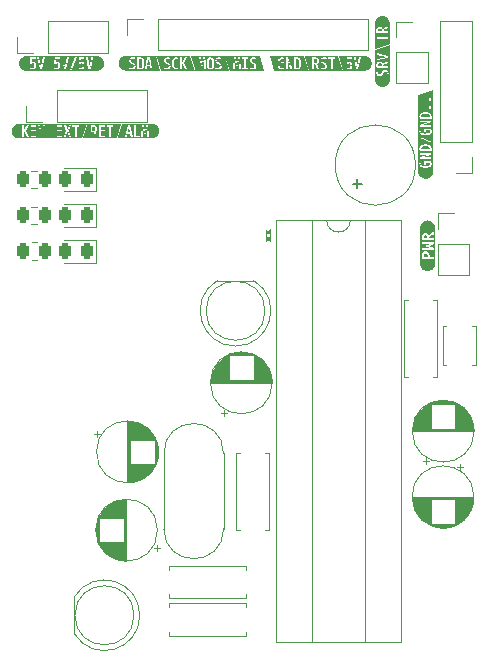
<source format=gto>
G04 #@! TF.GenerationSoftware,KiCad,Pcbnew,8.0.4*
G04 #@! TF.CreationDate,2024-12-03T14:34:08+01:00*
G04 #@! TF.ProjectId,V2,56322e6b-6963-4616-945f-706362585858,rev?*
G04 #@! TF.SameCoordinates,Original*
G04 #@! TF.FileFunction,Legend,Top*
G04 #@! TF.FilePolarity,Positive*
%FSLAX46Y46*%
G04 Gerber Fmt 4.6, Leading zero omitted, Abs format (unit mm)*
G04 Created by KiCad (PCBNEW 8.0.4) date 2024-12-03 14:34:08*
%MOMM*%
%LPD*%
G01*
G04 APERTURE LIST*
G04 Aperture macros list*
%AMRoundRect*
0 Rectangle with rounded corners*
0 $1 Rounding radius*
0 $2 $3 $4 $5 $6 $7 $8 $9 X,Y pos of 4 corners*
0 Add a 4 corners polygon primitive as box body*
4,1,4,$2,$3,$4,$5,$6,$7,$8,$9,$2,$3,0*
0 Add four circle primitives for the rounded corners*
1,1,$1+$1,$2,$3*
1,1,$1+$1,$4,$5*
1,1,$1+$1,$6,$7*
1,1,$1+$1,$8,$9*
0 Add four rect primitives between the rounded corners*
20,1,$1+$1,$2,$3,$4,$5,0*
20,1,$1+$1,$4,$5,$6,$7,0*
20,1,$1+$1,$6,$7,$8,$9,0*
20,1,$1+$1,$8,$9,$2,$3,0*%
G04 Aperture macros list end*
%ADD10C,0.150000*%
%ADD11C,0.000000*%
%ADD12C,0.120000*%
%ADD13RoundRect,0.250000X0.262500X0.450000X-0.262500X0.450000X-0.262500X-0.450000X0.262500X-0.450000X0*%
%ADD14R,1.600000X1.600000*%
%ADD15C,1.600000*%
%ADD16RoundRect,0.243750X0.243750X0.456250X-0.243750X0.456250X-0.243750X-0.456250X0.243750X-0.456250X0*%
%ADD17R,1.800000X1.800000*%
%ADD18C,1.800000*%
%ADD19R,1.700000X1.700000*%
%ADD20O,1.700000X1.700000*%
%ADD21C,1.500000*%
%ADD22RoundRect,0.250000X-0.262500X-0.450000X0.262500X-0.450000X0.262500X0.450000X-0.262500X0.450000X0*%
%ADD23O,1.600000X1.600000*%
%ADD24R,2.400000X1.600000*%
%ADD25O,2.400000X1.600000*%
%ADD26C,0.800000*%
%ADD27R,1.700000X0.900000*%
G04 APERTURE END LIST*
D10*
X189573866Y-58810951D02*
X189573866Y-58049047D01*
X189954819Y-58429999D02*
X189192914Y-58429999D01*
D11*
G04 #@! TO.C,kibuzzard-674B20BC*
G36*
X166289224Y-54574155D02*
G01*
X166003836Y-54574155D01*
X165799726Y-54574155D01*
X165328493Y-54574155D01*
X164595616Y-54574155D01*
X164116164Y-54574155D01*
X163830776Y-54574155D01*
X163462283Y-54574155D01*
X163496530Y-54460000D01*
X164116164Y-54460000D01*
X164595616Y-54460000D01*
X164746301Y-54460000D01*
X164907945Y-54460000D01*
X165032603Y-54060000D01*
X165035342Y-54060000D01*
X165161370Y-54460000D01*
X165328493Y-54460000D01*
X165133973Y-53950411D01*
X165279147Y-53579178D01*
X165442192Y-53579178D01*
X165646301Y-53579178D01*
X165646301Y-54460000D01*
X165799726Y-54460000D01*
X165799726Y-53579178D01*
X166003836Y-53579178D01*
X166003836Y-53460000D01*
X165442192Y-53460000D01*
X165442192Y-53579178D01*
X165279147Y-53579178D01*
X165325753Y-53460000D01*
X165166849Y-53460000D01*
X165040822Y-53843562D01*
X165038082Y-53843562D01*
X164913425Y-53460000D01*
X164750411Y-53460000D01*
X164942192Y-53950411D01*
X164746301Y-54460000D01*
X164595616Y-54460000D01*
X164595616Y-54340822D01*
X164269589Y-54340822D01*
X164269589Y-53980548D01*
X164581918Y-53980548D01*
X164581918Y-53864110D01*
X164269589Y-53864110D01*
X164269589Y-53579178D01*
X164595616Y-53579178D01*
X164595616Y-53460000D01*
X164116164Y-53460000D01*
X164116164Y-54460000D01*
X163496530Y-54460000D01*
X163830776Y-53345845D01*
X164116164Y-53345845D01*
X166003836Y-53345845D01*
X166289224Y-53345845D01*
X166657717Y-53345845D01*
X166289224Y-54574155D01*
G37*
D12*
G04 #@! TO.C,R5*
X162447064Y-63375000D02*
X161992936Y-63375000D01*
X162447064Y-64845000D02*
X161992936Y-64845000D01*
G04 #@! TO.C,C4*
X167429000Y-88024000D02*
X167429000Y-87456000D01*
X167469000Y-88258000D02*
X167469000Y-87222000D01*
X167509000Y-88417000D02*
X167509000Y-87063000D01*
X167549000Y-88545000D02*
X167549000Y-86935000D01*
X167589000Y-88655000D02*
X167589000Y-86825000D01*
X167629000Y-88751000D02*
X167629000Y-86729000D01*
X167669000Y-88838000D02*
X167669000Y-86642000D01*
X167709000Y-88918000D02*
X167709000Y-86562000D01*
X167749000Y-86700000D02*
X167749000Y-86489000D01*
X167749000Y-88991000D02*
X167749000Y-88780000D01*
X167789000Y-86700000D02*
X167789000Y-86421000D01*
X167789000Y-89059000D02*
X167789000Y-88780000D01*
X167829000Y-86700000D02*
X167829000Y-86357000D01*
X167829000Y-89123000D02*
X167829000Y-88780000D01*
X167869000Y-86700000D02*
X167869000Y-86297000D01*
X167869000Y-89183000D02*
X167869000Y-88780000D01*
X167909000Y-86700000D02*
X167909000Y-86240000D01*
X167909000Y-89240000D02*
X167909000Y-88780000D01*
X167949000Y-86700000D02*
X167949000Y-86186000D01*
X167949000Y-89294000D02*
X167949000Y-88780000D01*
X167989000Y-86700000D02*
X167989000Y-86135000D01*
X167989000Y-89345000D02*
X167989000Y-88780000D01*
X168029000Y-86700000D02*
X168029000Y-86087000D01*
X168029000Y-89393000D02*
X168029000Y-88780000D01*
X168069000Y-86700000D02*
X168069000Y-86041000D01*
X168069000Y-89439000D02*
X168069000Y-88780000D01*
X168109000Y-86700000D02*
X168109000Y-85997000D01*
X168109000Y-89483000D02*
X168109000Y-88780000D01*
X168149000Y-86700000D02*
X168149000Y-85955000D01*
X168149000Y-89525000D02*
X168149000Y-88780000D01*
X168189000Y-86700000D02*
X168189000Y-85914000D01*
X168189000Y-89566000D02*
X168189000Y-88780000D01*
X168229000Y-86700000D02*
X168229000Y-85876000D01*
X168229000Y-89604000D02*
X168229000Y-88780000D01*
X168269000Y-86700000D02*
X168269000Y-85839000D01*
X168269000Y-89641000D02*
X168269000Y-88780000D01*
X168309000Y-86700000D02*
X168309000Y-85803000D01*
X168309000Y-89677000D02*
X168309000Y-88780000D01*
X168349000Y-86700000D02*
X168349000Y-85769000D01*
X168349000Y-89711000D02*
X168349000Y-88780000D01*
X168389000Y-86700000D02*
X168389000Y-85736000D01*
X168389000Y-89744000D02*
X168389000Y-88780000D01*
X168429000Y-86700000D02*
X168429000Y-85705000D01*
X168429000Y-89775000D02*
X168429000Y-88780000D01*
X168469000Y-86700000D02*
X168469000Y-85675000D01*
X168469000Y-89805000D02*
X168469000Y-88780000D01*
X168509000Y-86700000D02*
X168509000Y-85645000D01*
X168509000Y-89835000D02*
X168509000Y-88780000D01*
X168549000Y-86700000D02*
X168549000Y-85618000D01*
X168549000Y-89862000D02*
X168549000Y-88780000D01*
X168589000Y-86700000D02*
X168589000Y-85591000D01*
X168589000Y-89889000D02*
X168589000Y-88780000D01*
X168629000Y-86700000D02*
X168629000Y-85565000D01*
X168629000Y-89915000D02*
X168629000Y-88780000D01*
X168669000Y-86700000D02*
X168669000Y-85540000D01*
X168669000Y-89940000D02*
X168669000Y-88780000D01*
X168709000Y-86700000D02*
X168709000Y-85516000D01*
X168709000Y-89964000D02*
X168709000Y-88780000D01*
X168749000Y-86700000D02*
X168749000Y-85493000D01*
X168749000Y-89987000D02*
X168749000Y-88780000D01*
X168789000Y-86700000D02*
X168789000Y-85472000D01*
X168789000Y-90008000D02*
X168789000Y-88780000D01*
X168829000Y-86700000D02*
X168829000Y-85450000D01*
X168829000Y-90030000D02*
X168829000Y-88780000D01*
X168869000Y-86700000D02*
X168869000Y-85430000D01*
X168869000Y-90050000D02*
X168869000Y-88780000D01*
X168909000Y-86700000D02*
X168909000Y-85411000D01*
X168909000Y-90069000D02*
X168909000Y-88780000D01*
X168949000Y-86700000D02*
X168949000Y-85392000D01*
X168949000Y-90088000D02*
X168949000Y-88780000D01*
X168989000Y-86700000D02*
X168989000Y-85375000D01*
X168989000Y-90105000D02*
X168989000Y-88780000D01*
X169029000Y-86700000D02*
X169029000Y-85358000D01*
X169029000Y-90122000D02*
X169029000Y-88780000D01*
X169069000Y-86700000D02*
X169069000Y-85342000D01*
X169069000Y-90138000D02*
X169069000Y-88780000D01*
X169109000Y-86700000D02*
X169109000Y-85326000D01*
X169109000Y-90154000D02*
X169109000Y-88780000D01*
X169149000Y-86700000D02*
X169149000Y-85312000D01*
X169149000Y-90168000D02*
X169149000Y-88780000D01*
X169189000Y-86700000D02*
X169189000Y-85298000D01*
X169189000Y-90182000D02*
X169189000Y-88780000D01*
X169229000Y-86700000D02*
X169229000Y-85285000D01*
X169229000Y-90195000D02*
X169229000Y-88780000D01*
X169269000Y-86700000D02*
X169269000Y-85272000D01*
X169269000Y-90208000D02*
X169269000Y-88780000D01*
X169309000Y-86700000D02*
X169309000Y-85260000D01*
X169309000Y-90220000D02*
X169309000Y-88780000D01*
X169350000Y-86700000D02*
X169350000Y-85249000D01*
X169350000Y-90231000D02*
X169350000Y-88780000D01*
X169390000Y-86700000D02*
X169390000Y-85239000D01*
X169390000Y-90241000D02*
X169390000Y-88780000D01*
X169430000Y-86700000D02*
X169430000Y-85229000D01*
X169430000Y-90251000D02*
X169430000Y-88780000D01*
X169470000Y-86700000D02*
X169470000Y-85220000D01*
X169470000Y-90260000D02*
X169470000Y-88780000D01*
X169510000Y-86700000D02*
X169510000Y-85212000D01*
X169510000Y-90268000D02*
X169510000Y-88780000D01*
X169550000Y-86700000D02*
X169550000Y-85204000D01*
X169550000Y-90276000D02*
X169550000Y-88780000D01*
X169590000Y-86700000D02*
X169590000Y-85197000D01*
X169590000Y-90283000D02*
X169590000Y-88780000D01*
X169630000Y-86700000D02*
X169630000Y-85190000D01*
X169630000Y-90290000D02*
X169630000Y-88780000D01*
X169670000Y-86700000D02*
X169670000Y-85184000D01*
X169670000Y-90296000D02*
X169670000Y-88780000D01*
X169710000Y-86700000D02*
X169710000Y-85179000D01*
X169710000Y-90301000D02*
X169710000Y-88780000D01*
X169750000Y-86700000D02*
X169750000Y-85175000D01*
X169750000Y-90305000D02*
X169750000Y-88780000D01*
X169790000Y-86700000D02*
X169790000Y-85171000D01*
X169790000Y-90309000D02*
X169790000Y-88780000D01*
X169830000Y-90313000D02*
X169830000Y-85167000D01*
X169870000Y-90316000D02*
X169870000Y-85164000D01*
X169910000Y-90318000D02*
X169910000Y-85162000D01*
X169950000Y-90319000D02*
X169950000Y-85161000D01*
X169990000Y-90320000D02*
X169990000Y-85160000D01*
X170030000Y-90320000D02*
X170030000Y-85160000D01*
X172584775Y-89465000D02*
X172584775Y-88965000D01*
X172834775Y-89215000D02*
X172334775Y-89215000D01*
X172650000Y-87740000D02*
G75*
G02*
X167410000Y-87740000I-2620000J0D01*
G01*
X167410000Y-87740000D02*
G75*
G02*
X172650000Y-87740000I2620000J0D01*
G01*
G04 #@! TO.C,D5*
X164747500Y-59005000D02*
X167432500Y-59005000D01*
X167432500Y-57085000D02*
X164747500Y-57085000D01*
X167432500Y-59005000D02*
X167432500Y-57085000D01*
G04 #@! TO.C,C3*
X167305225Y-79635000D02*
X167805225Y-79635000D01*
X167555225Y-79385000D02*
X167555225Y-79885000D01*
X170110000Y-78530000D02*
X170110000Y-83690000D01*
X170150000Y-78530000D02*
X170150000Y-83690000D01*
X170190000Y-78531000D02*
X170190000Y-83689000D01*
X170230000Y-78532000D02*
X170230000Y-83688000D01*
X170270000Y-78534000D02*
X170270000Y-83686000D01*
X170310000Y-78537000D02*
X170310000Y-83683000D01*
X170350000Y-78541000D02*
X170350000Y-80070000D01*
X170350000Y-82150000D02*
X170350000Y-83679000D01*
X170390000Y-78545000D02*
X170390000Y-80070000D01*
X170390000Y-82150000D02*
X170390000Y-83675000D01*
X170430000Y-78549000D02*
X170430000Y-80070000D01*
X170430000Y-82150000D02*
X170430000Y-83671000D01*
X170470000Y-78554000D02*
X170470000Y-80070000D01*
X170470000Y-82150000D02*
X170470000Y-83666000D01*
X170510000Y-78560000D02*
X170510000Y-80070000D01*
X170510000Y-82150000D02*
X170510000Y-83660000D01*
X170550000Y-78567000D02*
X170550000Y-80070000D01*
X170550000Y-82150000D02*
X170550000Y-83653000D01*
X170590000Y-78574000D02*
X170590000Y-80070000D01*
X170590000Y-82150000D02*
X170590000Y-83646000D01*
X170630000Y-78582000D02*
X170630000Y-80070000D01*
X170630000Y-82150000D02*
X170630000Y-83638000D01*
X170670000Y-78590000D02*
X170670000Y-80070000D01*
X170670000Y-82150000D02*
X170670000Y-83630000D01*
X170710000Y-78599000D02*
X170710000Y-80070000D01*
X170710000Y-82150000D02*
X170710000Y-83621000D01*
X170750000Y-78609000D02*
X170750000Y-80070000D01*
X170750000Y-82150000D02*
X170750000Y-83611000D01*
X170790000Y-78619000D02*
X170790000Y-80070000D01*
X170790000Y-82150000D02*
X170790000Y-83601000D01*
X170831000Y-78630000D02*
X170831000Y-80070000D01*
X170831000Y-82150000D02*
X170831000Y-83590000D01*
X170871000Y-78642000D02*
X170871000Y-80070000D01*
X170871000Y-82150000D02*
X170871000Y-83578000D01*
X170911000Y-78655000D02*
X170911000Y-80070000D01*
X170911000Y-82150000D02*
X170911000Y-83565000D01*
X170951000Y-78668000D02*
X170951000Y-80070000D01*
X170951000Y-82150000D02*
X170951000Y-83552000D01*
X170991000Y-78682000D02*
X170991000Y-80070000D01*
X170991000Y-82150000D02*
X170991000Y-83538000D01*
X171031000Y-78696000D02*
X171031000Y-80070000D01*
X171031000Y-82150000D02*
X171031000Y-83524000D01*
X171071000Y-78712000D02*
X171071000Y-80070000D01*
X171071000Y-82150000D02*
X171071000Y-83508000D01*
X171111000Y-78728000D02*
X171111000Y-80070000D01*
X171111000Y-82150000D02*
X171111000Y-83492000D01*
X171151000Y-78745000D02*
X171151000Y-80070000D01*
X171151000Y-82150000D02*
X171151000Y-83475000D01*
X171191000Y-78762000D02*
X171191000Y-80070000D01*
X171191000Y-82150000D02*
X171191000Y-83458000D01*
X171231000Y-78781000D02*
X171231000Y-80070000D01*
X171231000Y-82150000D02*
X171231000Y-83439000D01*
X171271000Y-78800000D02*
X171271000Y-80070000D01*
X171271000Y-82150000D02*
X171271000Y-83420000D01*
X171311000Y-78820000D02*
X171311000Y-80070000D01*
X171311000Y-82150000D02*
X171311000Y-83400000D01*
X171351000Y-78842000D02*
X171351000Y-80070000D01*
X171351000Y-82150000D02*
X171351000Y-83378000D01*
X171391000Y-78863000D02*
X171391000Y-80070000D01*
X171391000Y-82150000D02*
X171391000Y-83357000D01*
X171431000Y-78886000D02*
X171431000Y-80070000D01*
X171431000Y-82150000D02*
X171431000Y-83334000D01*
X171471000Y-78910000D02*
X171471000Y-80070000D01*
X171471000Y-82150000D02*
X171471000Y-83310000D01*
X171511000Y-78935000D02*
X171511000Y-80070000D01*
X171511000Y-82150000D02*
X171511000Y-83285000D01*
X171551000Y-78961000D02*
X171551000Y-80070000D01*
X171551000Y-82150000D02*
X171551000Y-83259000D01*
X171591000Y-78988000D02*
X171591000Y-80070000D01*
X171591000Y-82150000D02*
X171591000Y-83232000D01*
X171631000Y-79015000D02*
X171631000Y-80070000D01*
X171631000Y-82150000D02*
X171631000Y-83205000D01*
X171671000Y-79045000D02*
X171671000Y-80070000D01*
X171671000Y-82150000D02*
X171671000Y-83175000D01*
X171711000Y-79075000D02*
X171711000Y-80070000D01*
X171711000Y-82150000D02*
X171711000Y-83145000D01*
X171751000Y-79106000D02*
X171751000Y-80070000D01*
X171751000Y-82150000D02*
X171751000Y-83114000D01*
X171791000Y-79139000D02*
X171791000Y-80070000D01*
X171791000Y-82150000D02*
X171791000Y-83081000D01*
X171831000Y-79173000D02*
X171831000Y-80070000D01*
X171831000Y-82150000D02*
X171831000Y-83047000D01*
X171871000Y-79209000D02*
X171871000Y-80070000D01*
X171871000Y-82150000D02*
X171871000Y-83011000D01*
X171911000Y-79246000D02*
X171911000Y-80070000D01*
X171911000Y-82150000D02*
X171911000Y-82974000D01*
X171951000Y-79284000D02*
X171951000Y-80070000D01*
X171951000Y-82150000D02*
X171951000Y-82936000D01*
X171991000Y-79325000D02*
X171991000Y-80070000D01*
X171991000Y-82150000D02*
X171991000Y-82895000D01*
X172031000Y-79367000D02*
X172031000Y-80070000D01*
X172031000Y-82150000D02*
X172031000Y-82853000D01*
X172071000Y-79411000D02*
X172071000Y-80070000D01*
X172071000Y-82150000D02*
X172071000Y-82809000D01*
X172111000Y-79457000D02*
X172111000Y-80070000D01*
X172111000Y-82150000D02*
X172111000Y-82763000D01*
X172151000Y-79505000D02*
X172151000Y-80070000D01*
X172151000Y-82150000D02*
X172151000Y-82715000D01*
X172191000Y-79556000D02*
X172191000Y-80070000D01*
X172191000Y-82150000D02*
X172191000Y-82664000D01*
X172231000Y-79610000D02*
X172231000Y-80070000D01*
X172231000Y-82150000D02*
X172231000Y-82610000D01*
X172271000Y-79667000D02*
X172271000Y-80070000D01*
X172271000Y-82150000D02*
X172271000Y-82553000D01*
X172311000Y-79727000D02*
X172311000Y-80070000D01*
X172311000Y-82150000D02*
X172311000Y-82493000D01*
X172351000Y-79791000D02*
X172351000Y-80070000D01*
X172351000Y-82150000D02*
X172351000Y-82429000D01*
X172391000Y-79859000D02*
X172391000Y-80070000D01*
X172391000Y-82150000D02*
X172391000Y-82361000D01*
X172431000Y-79932000D02*
X172431000Y-82288000D01*
X172471000Y-80012000D02*
X172471000Y-82208000D01*
X172511000Y-80099000D02*
X172511000Y-82121000D01*
X172551000Y-80195000D02*
X172551000Y-82025000D01*
X172591000Y-80305000D02*
X172591000Y-81915000D01*
X172631000Y-80433000D02*
X172631000Y-81787000D01*
X172671000Y-80592000D02*
X172671000Y-81628000D01*
X172711000Y-80826000D02*
X172711000Y-81394000D01*
X172730000Y-81110000D02*
G75*
G02*
X167490000Y-81110000I-2620000J0D01*
G01*
X167490000Y-81110000D02*
G75*
G02*
X172730000Y-81110000I2620000J0D01*
G01*
G04 #@! TO.C,D3*
X164747500Y-65085000D02*
X167432500Y-65085000D01*
X167432500Y-63165000D02*
X164747500Y-63165000D01*
X167432500Y-65085000D02*
X167432500Y-63165000D01*
G04 #@! TO.C,D1*
X165605000Y-93405000D02*
X165605000Y-96495000D01*
X165605000Y-93405170D02*
G75*
G02*
X171155000Y-94950462I2560000J-1544830D01*
G01*
X171155000Y-94949538D02*
G75*
G02*
X165605000Y-96494830I-2990000J-462D01*
G01*
X170665000Y-94950000D02*
G75*
G02*
X165665000Y-94950000I-2500000J0D01*
G01*
X165665000Y-94950000D02*
G75*
G02*
X170665000Y-94950000I2500000J0D01*
G01*
G04 #@! TO.C,J6*
X160755000Y-47320000D02*
X160755000Y-45990000D01*
X162085000Y-47320000D02*
X160755000Y-47320000D01*
X163355000Y-44660000D02*
X168495000Y-44660000D01*
X163355000Y-47320000D02*
X163355000Y-44660000D01*
X163355000Y-47320000D02*
X168495000Y-47320000D01*
X168495000Y-47320000D02*
X168495000Y-44660000D01*
D11*
G04 #@! TO.C,kibuzzard-674B218C*
G36*
X191569178Y-48216484D02*
G01*
X191624658Y-48249361D01*
X191655479Y-48308265D01*
X191665753Y-48397306D01*
X191665753Y-48450731D01*
X191316438Y-48450731D01*
X191305479Y-48371279D01*
X191316267Y-48298333D01*
X191348630Y-48246621D01*
X191404281Y-48215799D01*
X191484932Y-48205525D01*
X191569178Y-48216484D01*
G37*
G36*
X192327854Y-48028813D02*
G01*
X192327854Y-49045251D01*
X192327854Y-49284977D01*
X192327854Y-49570365D01*
X192324831Y-49631906D01*
X192315790Y-49692854D01*
X192300819Y-49752622D01*
X192280061Y-49810635D01*
X192253718Y-49866334D01*
X192222041Y-49919182D01*
X192185338Y-49968672D01*
X192143960Y-50014325D01*
X192098306Y-50055703D01*
X192048817Y-50092407D01*
X191995968Y-50124083D01*
X191940269Y-50150427D01*
X191882256Y-50171184D01*
X191822488Y-50186155D01*
X191761540Y-50195196D01*
X191700000Y-50198219D01*
X191638460Y-50195196D01*
X191577512Y-50186155D01*
X191517744Y-50171184D01*
X191459731Y-50150427D01*
X191404032Y-50124083D01*
X191351183Y-50092407D01*
X191301694Y-50055703D01*
X191256040Y-50014325D01*
X191214662Y-49968672D01*
X191177959Y-49919182D01*
X191146282Y-49866334D01*
X191119939Y-49810635D01*
X191099181Y-49752622D01*
X191084210Y-49692854D01*
X191075169Y-49631906D01*
X191072146Y-49570365D01*
X191072146Y-49284977D01*
X191072146Y-49008265D01*
X191186301Y-49008265D01*
X191193912Y-49090076D01*
X191216743Y-49158341D01*
X191254795Y-49213059D01*
X191336986Y-49266998D01*
X191446575Y-49284977D01*
X191543836Y-49270765D01*
X191624658Y-49228128D01*
X191672146Y-49181020D01*
X191717808Y-49115495D01*
X191761644Y-49031553D01*
X191796918Y-48972820D01*
X191836986Y-48933607D01*
X191885616Y-48911518D01*
X191946575Y-48904155D01*
X192010445Y-48913744D01*
X192056849Y-48942511D01*
X192085103Y-48988402D01*
X192094521Y-49049361D01*
X192084627Y-49129574D01*
X192054947Y-49205830D01*
X192005479Y-49278128D01*
X192147945Y-49278128D01*
X192184475Y-49207808D01*
X192206393Y-49130183D01*
X192213699Y-49045251D01*
X192202740Y-48939224D01*
X192169863Y-48856758D01*
X192115068Y-48797854D01*
X192038356Y-48762511D01*
X191939726Y-48750731D01*
X191833904Y-48765457D01*
X191749315Y-48809635D01*
X191700457Y-48859711D01*
X191652511Y-48931400D01*
X191605479Y-49024703D01*
X191564536Y-49085586D01*
X191509285Y-49122116D01*
X191439726Y-49134292D01*
X191383562Y-49124703D01*
X191341096Y-49095936D01*
X191314384Y-49050388D01*
X191305479Y-48990457D01*
X191320205Y-48883950D01*
X191364384Y-48778128D01*
X191227397Y-48778128D01*
X191204566Y-48851796D01*
X191190868Y-48928508D01*
X191186301Y-49008265D01*
X191072146Y-49008265D01*
X191072146Y-48371279D01*
X191186301Y-48371279D01*
X191189346Y-48450122D01*
X191198478Y-48527747D01*
X191213699Y-48604155D01*
X192200000Y-48604155D01*
X192200000Y-48450731D01*
X191784932Y-48450731D01*
X191784932Y-48397306D01*
X191811644Y-48314429D01*
X191850171Y-48288231D01*
X191912329Y-48265799D01*
X192200000Y-48186347D01*
X192200000Y-48028813D01*
X191920548Y-48113744D01*
X191813014Y-48157580D01*
X191745205Y-48209635D01*
X191742466Y-48209635D01*
X191703253Y-48142511D01*
X191647260Y-48094566D01*
X191574486Y-48065799D01*
X191484932Y-48056210D01*
X191390944Y-48064658D01*
X191315373Y-48090000D01*
X191258219Y-48132237D01*
X191218265Y-48192588D01*
X191194292Y-48272268D01*
X191186301Y-48371279D01*
X191072146Y-48371279D01*
X191072146Y-47343881D01*
X191200000Y-47343881D01*
X191200000Y-47495936D01*
X192063014Y-47652100D01*
X192063014Y-47653470D01*
X191200000Y-47809635D01*
X191200000Y-47967169D01*
X192200000Y-47745251D01*
X192200000Y-47567169D01*
X191200000Y-47343881D01*
X191072146Y-47343881D01*
X191072146Y-47058493D01*
X192327854Y-46681781D01*
X192327854Y-47058493D01*
X192327854Y-47343881D01*
X192327854Y-47567169D01*
X192327854Y-48028813D01*
G37*
D12*
G04 #@! TO.C,C5*
X177170000Y-75225112D02*
X182330000Y-75225112D01*
X177170000Y-75265112D02*
X182330000Y-75265112D01*
X177171000Y-75185112D02*
X182329000Y-75185112D01*
X177172000Y-75145112D02*
X182328000Y-75145112D01*
X177174000Y-75105112D02*
X182326000Y-75105112D01*
X177177000Y-75065112D02*
X182323000Y-75065112D01*
X177181000Y-75025112D02*
X178710000Y-75025112D01*
X177185000Y-74985112D02*
X178710000Y-74985112D01*
X177189000Y-74945112D02*
X178710000Y-74945112D01*
X177194000Y-74905112D02*
X178710000Y-74905112D01*
X177200000Y-74865112D02*
X178710000Y-74865112D01*
X177207000Y-74825112D02*
X178710000Y-74825112D01*
X177214000Y-74785112D02*
X178710000Y-74785112D01*
X177222000Y-74745112D02*
X178710000Y-74745112D01*
X177230000Y-74705112D02*
X178710000Y-74705112D01*
X177239000Y-74665112D02*
X178710000Y-74665112D01*
X177249000Y-74625112D02*
X178710000Y-74625112D01*
X177259000Y-74585112D02*
X178710000Y-74585112D01*
X177270000Y-74544112D02*
X178710000Y-74544112D01*
X177282000Y-74504112D02*
X178710000Y-74504112D01*
X177295000Y-74464112D02*
X178710000Y-74464112D01*
X177308000Y-74424112D02*
X178710000Y-74424112D01*
X177322000Y-74384112D02*
X178710000Y-74384112D01*
X177336000Y-74344112D02*
X178710000Y-74344112D01*
X177352000Y-74304112D02*
X178710000Y-74304112D01*
X177368000Y-74264112D02*
X178710000Y-74264112D01*
X177385000Y-74224112D02*
X178710000Y-74224112D01*
X177402000Y-74184112D02*
X178710000Y-74184112D01*
X177421000Y-74144112D02*
X178710000Y-74144112D01*
X177440000Y-74104112D02*
X178710000Y-74104112D01*
X177460000Y-74064112D02*
X178710000Y-74064112D01*
X177482000Y-74024112D02*
X178710000Y-74024112D01*
X177503000Y-73984112D02*
X178710000Y-73984112D01*
X177526000Y-73944112D02*
X178710000Y-73944112D01*
X177550000Y-73904112D02*
X178710000Y-73904112D01*
X177575000Y-73864112D02*
X178710000Y-73864112D01*
X177601000Y-73824112D02*
X178710000Y-73824112D01*
X177628000Y-73784112D02*
X178710000Y-73784112D01*
X177655000Y-73744112D02*
X178710000Y-73744112D01*
X177685000Y-73704112D02*
X178710000Y-73704112D01*
X177715000Y-73664112D02*
X178710000Y-73664112D01*
X177746000Y-73624112D02*
X178710000Y-73624112D01*
X177779000Y-73584112D02*
X178710000Y-73584112D01*
X177813000Y-73544112D02*
X178710000Y-73544112D01*
X177849000Y-73504112D02*
X178710000Y-73504112D01*
X177886000Y-73464112D02*
X178710000Y-73464112D01*
X177924000Y-73424112D02*
X178710000Y-73424112D01*
X177965000Y-73384112D02*
X178710000Y-73384112D01*
X178007000Y-73344112D02*
X178710000Y-73344112D01*
X178025000Y-77819887D02*
X178525000Y-77819887D01*
X178051000Y-73304112D02*
X178710000Y-73304112D01*
X178097000Y-73264112D02*
X178710000Y-73264112D01*
X178145000Y-73224112D02*
X178710000Y-73224112D01*
X178196000Y-73184112D02*
X178710000Y-73184112D01*
X178250000Y-73144112D02*
X178710000Y-73144112D01*
X178275000Y-78069887D02*
X178275000Y-77569887D01*
X178307000Y-73104112D02*
X178710000Y-73104112D01*
X178367000Y-73064112D02*
X178710000Y-73064112D01*
X178431000Y-73024112D02*
X178710000Y-73024112D01*
X178499000Y-72984112D02*
X178710000Y-72984112D01*
X178572000Y-72944112D02*
X180928000Y-72944112D01*
X178652000Y-72904112D02*
X180848000Y-72904112D01*
X178739000Y-72864112D02*
X180761000Y-72864112D01*
X178835000Y-72824112D02*
X180665000Y-72824112D01*
X178945000Y-72784112D02*
X180555000Y-72784112D01*
X179073000Y-72744112D02*
X180427000Y-72744112D01*
X179232000Y-72704112D02*
X180268000Y-72704112D01*
X179466000Y-72664112D02*
X180034000Y-72664112D01*
X180790000Y-72984112D02*
X181001000Y-72984112D01*
X180790000Y-73024112D02*
X181069000Y-73024112D01*
X180790000Y-73064112D02*
X181133000Y-73064112D01*
X180790000Y-73104112D02*
X181193000Y-73104112D01*
X180790000Y-73144112D02*
X181250000Y-73144112D01*
X180790000Y-73184112D02*
X181304000Y-73184112D01*
X180790000Y-73224112D02*
X181355000Y-73224112D01*
X180790000Y-73264112D02*
X181403000Y-73264112D01*
X180790000Y-73304112D02*
X181449000Y-73304112D01*
X180790000Y-73344112D02*
X181493000Y-73344112D01*
X180790000Y-73384112D02*
X181535000Y-73384112D01*
X180790000Y-73424112D02*
X181576000Y-73424112D01*
X180790000Y-73464112D02*
X181614000Y-73464112D01*
X180790000Y-73504112D02*
X181651000Y-73504112D01*
X180790000Y-73544112D02*
X181687000Y-73544112D01*
X180790000Y-73584112D02*
X181721000Y-73584112D01*
X180790000Y-73624112D02*
X181754000Y-73624112D01*
X180790000Y-73664112D02*
X181785000Y-73664112D01*
X180790000Y-73704112D02*
X181815000Y-73704112D01*
X180790000Y-73744112D02*
X181845000Y-73744112D01*
X180790000Y-73784112D02*
X181872000Y-73784112D01*
X180790000Y-73824112D02*
X181899000Y-73824112D01*
X180790000Y-73864112D02*
X181925000Y-73864112D01*
X180790000Y-73904112D02*
X181950000Y-73904112D01*
X180790000Y-73944112D02*
X181974000Y-73944112D01*
X180790000Y-73984112D02*
X181997000Y-73984112D01*
X180790000Y-74024112D02*
X182018000Y-74024112D01*
X180790000Y-74064112D02*
X182040000Y-74064112D01*
X180790000Y-74104112D02*
X182060000Y-74104112D01*
X180790000Y-74144112D02*
X182079000Y-74144112D01*
X180790000Y-74184112D02*
X182098000Y-74184112D01*
X180790000Y-74224112D02*
X182115000Y-74224112D01*
X180790000Y-74264112D02*
X182132000Y-74264112D01*
X180790000Y-74304112D02*
X182148000Y-74304112D01*
X180790000Y-74344112D02*
X182164000Y-74344112D01*
X180790000Y-74384112D02*
X182178000Y-74384112D01*
X180790000Y-74424112D02*
X182192000Y-74424112D01*
X180790000Y-74464112D02*
X182205000Y-74464112D01*
X180790000Y-74504112D02*
X182218000Y-74504112D01*
X180790000Y-74544112D02*
X182230000Y-74544112D01*
X180790000Y-74585112D02*
X182241000Y-74585112D01*
X180790000Y-74625112D02*
X182251000Y-74625112D01*
X180790000Y-74665112D02*
X182261000Y-74665112D01*
X180790000Y-74705112D02*
X182270000Y-74705112D01*
X180790000Y-74745112D02*
X182278000Y-74745112D01*
X180790000Y-74785112D02*
X182286000Y-74785112D01*
X180790000Y-74825112D02*
X182293000Y-74825112D01*
X180790000Y-74865112D02*
X182300000Y-74865112D01*
X180790000Y-74905112D02*
X182306000Y-74905112D01*
X180790000Y-74945112D02*
X182311000Y-74945112D01*
X180790000Y-74985112D02*
X182315000Y-74985112D01*
X180790000Y-75025112D02*
X182319000Y-75025112D01*
X182370000Y-75265112D02*
G75*
G02*
X177130000Y-75265112I-2620000J0D01*
G01*
X177130000Y-75265112D02*
G75*
G02*
X182370000Y-75265112I2620000J0D01*
G01*
D11*
G04 #@! TO.C,kibuzzard-674B2007*
G36*
X195462956Y-62804281D02*
G01*
X195492641Y-62863651D01*
X195502536Y-62951292D01*
X195502536Y-62994911D01*
X195202052Y-62994911D01*
X195198013Y-62962601D01*
X195197205Y-62935137D01*
X195206494Y-62863651D01*
X195234362Y-62807512D01*
X195282019Y-62771163D01*
X195350679Y-62759047D01*
X195462956Y-62804281D01*
G37*
G36*
X195435695Y-64349515D02*
G01*
X195487189Y-64385864D01*
X195515662Y-64446042D01*
X195525153Y-64529645D01*
X195525153Y-64610420D01*
X195202052Y-64610420D01*
X195198013Y-64561147D01*
X195197205Y-64511874D01*
X195206292Y-64440590D01*
X195233554Y-64385057D01*
X195282625Y-64349313D01*
X195357141Y-64337399D01*
X195435695Y-64349515D01*
G37*
G36*
X196170280Y-63374556D02*
G01*
X196170280Y-64610420D01*
X196170280Y-64809128D01*
X196170280Y-65145692D01*
X196157977Y-65270604D01*
X196121542Y-65390717D01*
X196062373Y-65501412D01*
X195982746Y-65598438D01*
X195885721Y-65678065D01*
X195775025Y-65737234D01*
X195654912Y-65773669D01*
X195530000Y-65785972D01*
X195405088Y-65773669D01*
X195284975Y-65737234D01*
X195174279Y-65678065D01*
X195077254Y-65598438D01*
X194997627Y-65501412D01*
X194938458Y-65390717D01*
X194902023Y-65270604D01*
X194889720Y-65145692D01*
X194889720Y-64809128D01*
X194889720Y-64534491D01*
X195024346Y-64534491D01*
X195025961Y-64597496D01*
X195030000Y-64670194D01*
X195037270Y-64743700D01*
X195048578Y-64809128D01*
X196035654Y-64809128D01*
X196035654Y-64610420D01*
X195698013Y-64610420D01*
X195698013Y-64539338D01*
X195689128Y-64419880D01*
X195662472Y-64319987D01*
X195618045Y-64239661D01*
X195553694Y-64180874D01*
X195467264Y-64145602D01*
X195358756Y-64133845D01*
X195251325Y-64145512D01*
X195165972Y-64180515D01*
X195102698Y-64238853D01*
X195059169Y-64318372D01*
X195033052Y-64416918D01*
X195024346Y-64534491D01*
X194889720Y-64534491D01*
X194889720Y-63318013D01*
X195035654Y-63318013D01*
X195035654Y-63502181D01*
X195132787Y-63501777D01*
X195233554Y-63500565D01*
X195335533Y-63498950D01*
X195436300Y-63497334D01*
X195535452Y-63495719D01*
X195632585Y-63494103D01*
X195725679Y-63492892D01*
X195812714Y-63492488D01*
X195683473Y-63528837D01*
X195565541Y-63562763D01*
X195465380Y-63591034D01*
X195389451Y-63610420D01*
X195389451Y-63755816D01*
X195468611Y-63778433D01*
X195578465Y-63809935D01*
X195699628Y-63845477D01*
X195812714Y-63878594D01*
X195725679Y-63878191D01*
X195632585Y-63876979D01*
X195535250Y-63875363D01*
X195435493Y-63873748D01*
X195334321Y-63872132D01*
X195232746Y-63870517D01*
X195132585Y-63868901D01*
X195035654Y-63867286D01*
X195035654Y-64051454D01*
X195159039Y-64047819D01*
X195286866Y-64043376D01*
X195416511Y-64037924D01*
X195545347Y-64031260D01*
X195672973Y-64023384D01*
X195798982Y-64014297D01*
X195920751Y-64003796D01*
X196035654Y-63991680D01*
X196035654Y-63826898D01*
X195929435Y-63792973D01*
X195814330Y-63755816D01*
X195699225Y-63717851D01*
X195593005Y-63681502D01*
X195702254Y-63645961D01*
X195816753Y-63610420D01*
X195930040Y-63574879D01*
X196035654Y-63539338D01*
X196035654Y-63374556D01*
X195920953Y-63363853D01*
X195799790Y-63354362D01*
X195674386Y-63346082D01*
X195546963Y-63339015D01*
X195418126Y-63332956D01*
X195288481Y-63327706D01*
X195160250Y-63322859D01*
X195035654Y-63318013D01*
X194889720Y-63318013D01*
X194889720Y-62935137D01*
X195024346Y-62935137D01*
X195025961Y-62991680D01*
X195030000Y-63059531D01*
X195038078Y-63129806D01*
X195050194Y-63193619D01*
X196035654Y-63193619D01*
X196035654Y-62994911D01*
X195667318Y-62994911D01*
X195667318Y-62891519D01*
X195758796Y-62836793D01*
X195849063Y-62785703D01*
X195940541Y-62739459D01*
X196035654Y-62699273D01*
X196035654Y-62490872D01*
X195929838Y-62536914D01*
X195818368Y-62592649D01*
X195711745Y-62652423D01*
X195618853Y-62710582D01*
X195573215Y-62639903D01*
X195510614Y-62592649D01*
X195435493Y-62565994D01*
X195352294Y-62557108D01*
X195273740Y-62563772D01*
X195206090Y-62583764D01*
X195103506Y-62660501D01*
X195068368Y-62715428D01*
X195043732Y-62780048D01*
X195029192Y-62853554D01*
X195024346Y-62935137D01*
X194889720Y-62935137D01*
X194889720Y-62490872D01*
X194889720Y-62154308D01*
X194902023Y-62029396D01*
X194938458Y-61909283D01*
X194997627Y-61798588D01*
X195077254Y-61701562D01*
X195174279Y-61621935D01*
X195284975Y-61562766D01*
X195405088Y-61526331D01*
X195530000Y-61514028D01*
X195654912Y-61526331D01*
X195775025Y-61562766D01*
X195885721Y-61621935D01*
X195982746Y-61701562D01*
X196062373Y-61798588D01*
X196121542Y-61909283D01*
X196157977Y-62029396D01*
X196170280Y-62154308D01*
X196170280Y-62490872D01*
X196170280Y-63374556D01*
G37*
G04 #@! TO.C,kibuzzard-674B2203*
G36*
X191566027Y-45277489D02*
G01*
X191621507Y-45310365D01*
X191652329Y-45369269D01*
X191662603Y-45458311D01*
X191662603Y-45511735D01*
X191313288Y-45511735D01*
X191302329Y-45432283D01*
X191313116Y-45359338D01*
X191345479Y-45307626D01*
X191401130Y-45276804D01*
X191481781Y-45266530D01*
X191566027Y-45277489D01*
G37*
G36*
X192311005Y-45852831D02*
G01*
X192311005Y-46318584D01*
X192311005Y-46603973D01*
X191068995Y-46976575D01*
X191068995Y-46603973D01*
X191068995Y-46318584D01*
X191068995Y-45852831D01*
X191196849Y-45852831D01*
X191196849Y-46318584D01*
X191316027Y-46318584D01*
X191316027Y-46165160D01*
X192077671Y-46165160D01*
X192077671Y-46318584D01*
X192196849Y-46318584D01*
X192196849Y-45852831D01*
X192077671Y-45852831D01*
X192077671Y-46006256D01*
X191316027Y-46006256D01*
X191316027Y-45852831D01*
X191196849Y-45852831D01*
X191068995Y-45852831D01*
X191068995Y-45432283D01*
X191183151Y-45432283D01*
X191186195Y-45511126D01*
X191195327Y-45588752D01*
X191210548Y-45665160D01*
X192196849Y-45665160D01*
X192196849Y-45511735D01*
X191781781Y-45511735D01*
X191781781Y-45458311D01*
X191808493Y-45375434D01*
X191847021Y-45349235D01*
X191909178Y-45326804D01*
X192196849Y-45247352D01*
X192196849Y-45089817D01*
X191917397Y-45174749D01*
X191809863Y-45218584D01*
X191742055Y-45270639D01*
X191739315Y-45270639D01*
X191700103Y-45203516D01*
X191644110Y-45155571D01*
X191571336Y-45126804D01*
X191481781Y-45117215D01*
X191387793Y-45125662D01*
X191312222Y-45151005D01*
X191255068Y-45193242D01*
X191215114Y-45253592D01*
X191191142Y-45333272D01*
X191183151Y-45432283D01*
X191068995Y-45432283D01*
X191068995Y-45089817D01*
X191068995Y-44804429D01*
X191071986Y-44743560D01*
X191080928Y-44683277D01*
X191095736Y-44624161D01*
X191116267Y-44566781D01*
X191142323Y-44511690D01*
X191173654Y-44459418D01*
X191209957Y-44410468D01*
X191250883Y-44365313D01*
X191296039Y-44324386D01*
X191344988Y-44288083D01*
X191397260Y-44256752D01*
X191452352Y-44230696D01*
X191509732Y-44210165D01*
X191568848Y-44195357D01*
X191629131Y-44186415D01*
X191690000Y-44183425D01*
X191750869Y-44186415D01*
X191811152Y-44195357D01*
X191870268Y-44210165D01*
X191927648Y-44230696D01*
X191982740Y-44256752D01*
X192035012Y-44288083D01*
X192083961Y-44324386D01*
X192129117Y-44365313D01*
X192170043Y-44410468D01*
X192206346Y-44459418D01*
X192237677Y-44511690D01*
X192263733Y-44566781D01*
X192284264Y-44624161D01*
X192299072Y-44683277D01*
X192308014Y-44743560D01*
X192311005Y-44804429D01*
X192311005Y-45089817D01*
X192311005Y-45852831D01*
G37*
G04 #@! TO.C,kibuzzard-674B266F*
G36*
X170310183Y-54070548D02*
G01*
X170122511Y-54070548D01*
X170215662Y-53600685D01*
X170217032Y-53600685D01*
X170310183Y-54070548D01*
G37*
G36*
X172246179Y-53338802D02*
G01*
X172305797Y-53347646D01*
X172364262Y-53362290D01*
X172421009Y-53382595D01*
X172475493Y-53408363D01*
X172527188Y-53439349D01*
X172575598Y-53475252D01*
X172620255Y-53515727D01*
X172660730Y-53560384D01*
X172696633Y-53608794D01*
X172727618Y-53660489D01*
X172753387Y-53714973D01*
X172773692Y-53771720D01*
X172788336Y-53830184D01*
X172797180Y-53889802D01*
X172800137Y-53950000D01*
X172797180Y-54010198D01*
X172788336Y-54069816D01*
X172773692Y-54128280D01*
X172753387Y-54185027D01*
X172727618Y-54239511D01*
X172696633Y-54291206D01*
X172660730Y-54339616D01*
X172620255Y-54384273D01*
X172575598Y-54424748D01*
X172527188Y-54460651D01*
X172475493Y-54491637D01*
X172421009Y-54517405D01*
X172364262Y-54537710D01*
X172305797Y-54552354D01*
X172246179Y-54561198D01*
X172185982Y-54564155D01*
X171900594Y-54564155D01*
X171411553Y-54564155D01*
X171164977Y-54564155D01*
X169893744Y-54564155D01*
X169608356Y-54564155D01*
X169239863Y-54564155D01*
X169274110Y-54450000D01*
X169893744Y-54450000D01*
X170047169Y-54450000D01*
X170099224Y-54186986D01*
X170333470Y-54186986D01*
X170385525Y-54450000D01*
X170544429Y-54450000D01*
X170692374Y-54450000D01*
X171164977Y-54450000D01*
X171277306Y-54450000D01*
X171411553Y-54450000D01*
X171434840Y-53600685D01*
X171438950Y-53600685D01*
X171517032Y-54217123D01*
X171647169Y-54217123D01*
X171732100Y-53600685D01*
X171733470Y-53600685D01*
X171754018Y-54450000D01*
X171900594Y-54450000D01*
X171849909Y-53450000D01*
X171677306Y-53450000D01*
X171595114Y-54086986D01*
X171592374Y-54086986D01*
X171508813Y-53450000D01*
X171329361Y-53450000D01*
X171277306Y-54450000D01*
X171164977Y-54450000D01*
X171164977Y-54330822D01*
X170845799Y-54330822D01*
X170845799Y-53450000D01*
X170692374Y-53450000D01*
X170692374Y-54450000D01*
X170544429Y-54450000D01*
X170307443Y-53450000D01*
X170129361Y-53450000D01*
X169893744Y-54450000D01*
X169274110Y-54450000D01*
X169608356Y-53335845D01*
X169893744Y-53335845D01*
X171900594Y-53335845D01*
X172185982Y-53335845D01*
X172246179Y-53338802D01*
G37*
G04 #@! TO.C,kibuzzard-674B2CD4*
G36*
X195475632Y-52500122D02*
G01*
X195582938Y-52516788D01*
X195657671Y-52544566D01*
X195723425Y-52609806D01*
X195745342Y-52705525D01*
X195733014Y-52767169D01*
X194967260Y-52767169D01*
X194954932Y-52705525D01*
X194976164Y-52610662D01*
X195039863Y-52545251D01*
X195110487Y-52517093D01*
X195209117Y-52500198D01*
X195335753Y-52494566D01*
X195475632Y-52500122D01*
G37*
G36*
X195475632Y-55239848D02*
G01*
X195582938Y-55256514D01*
X195657671Y-55284292D01*
X195723425Y-55349532D01*
X195745342Y-55445251D01*
X195733014Y-55506895D01*
X194967260Y-55506895D01*
X194954932Y-55445251D01*
X194976164Y-55350388D01*
X195039863Y-55284977D01*
X195110487Y-55256819D01*
X195209117Y-55239924D01*
X195335753Y-55234292D01*
X195475632Y-55239848D01*
G37*
G36*
X196018402Y-52071279D02*
G01*
X196018402Y-52705525D01*
X196018402Y-53594566D01*
X196018402Y-53971279D01*
X196018402Y-54858950D01*
X196018402Y-55445251D01*
X196018402Y-56334292D01*
X196018402Y-56711005D01*
X196018402Y-57053470D01*
X196018402Y-57338858D01*
X196015280Y-57402413D01*
X196005943Y-57465355D01*
X195990482Y-57527080D01*
X195969045Y-57586991D01*
X195941839Y-57644513D01*
X195909126Y-57699091D01*
X195871221Y-57750200D01*
X195828489Y-57797348D01*
X195781342Y-57840080D01*
X195730233Y-57877985D01*
X195675655Y-57910698D01*
X195618133Y-57937904D01*
X195558221Y-57959340D01*
X195496497Y-57974801D01*
X195433554Y-57984138D01*
X195370000Y-57987260D01*
X195306446Y-57984138D01*
X195243503Y-57974801D01*
X195181779Y-57959340D01*
X195121867Y-57937904D01*
X195064345Y-57910698D01*
X195009767Y-57877985D01*
X194958658Y-57840080D01*
X194911511Y-57797348D01*
X194868779Y-57750200D01*
X194830874Y-57699091D01*
X194798161Y-57644513D01*
X194770955Y-57586991D01*
X194749518Y-57527080D01*
X194734057Y-57465355D01*
X194724720Y-57402413D01*
X194721598Y-57338858D01*
X194721598Y-57053470D01*
X194721598Y-56683607D01*
X194835753Y-56683607D01*
X194849300Y-56796621D01*
X194889939Y-56889087D01*
X194957671Y-56961005D01*
X195027449Y-57001458D01*
X195114863Y-57030354D01*
X195219914Y-57047691D01*
X195342603Y-57053470D01*
X195464606Y-57048119D01*
X195570342Y-57032066D01*
X195659812Y-57005311D01*
X195733014Y-56967854D01*
X195789949Y-56919695D01*
X195830616Y-56860833D01*
X195855017Y-56791270D01*
X195863151Y-56711005D01*
X195857823Y-56629117D01*
X195841842Y-56551492D01*
X195815205Y-56478128D01*
X195253562Y-56478128D01*
X195253562Y-56797306D01*
X195370000Y-56797306D01*
X195370000Y-56624703D01*
X195728904Y-56624703D01*
X195745342Y-56706895D01*
X195722055Y-56790457D01*
X195652192Y-56852100D01*
X195576393Y-56880259D01*
X195473196Y-56897154D01*
X195342603Y-56902785D01*
X195214977Y-56896849D01*
X195115205Y-56879041D01*
X195043288Y-56849361D01*
X194978048Y-56781210D01*
X194956301Y-56683607D01*
X194964521Y-56599703D01*
X194989178Y-56512374D01*
X194865890Y-56512374D01*
X194843288Y-56596279D01*
X194835753Y-56683607D01*
X194721598Y-56683607D01*
X194721598Y-55813744D01*
X194849452Y-55813744D01*
X194849452Y-55957580D01*
X195575479Y-55957580D01*
X195575479Y-55961690D01*
X194849452Y-56175388D01*
X194849452Y-56334292D01*
X195849452Y-56334292D01*
X195849452Y-56183607D01*
X195123425Y-56183607D01*
X195123425Y-56180868D01*
X195849452Y-55967169D01*
X195849452Y-55813744D01*
X194849452Y-55813744D01*
X194721598Y-55813744D01*
X194721598Y-55445251D01*
X194835753Y-55445251D01*
X194842603Y-55553128D01*
X194863151Y-55660320D01*
X195835753Y-55660320D01*
X195856301Y-55557237D01*
X195863151Y-55445251D01*
X195851336Y-55331553D01*
X195815890Y-55242511D01*
X195751336Y-55174874D01*
X195652192Y-55125388D01*
X195565282Y-55102938D01*
X195459802Y-55089467D01*
X195335753Y-55084977D01*
X195207714Y-55090243D01*
X195100308Y-55106039D01*
X195013536Y-55132366D01*
X194947397Y-55169224D01*
X194885373Y-55237336D01*
X194848158Y-55329346D01*
X194835753Y-55445251D01*
X194721598Y-55445251D01*
X194721598Y-54419224D01*
X194849452Y-54419224D01*
X194849452Y-54550731D01*
X195904247Y-54990457D01*
X195904247Y-54858950D01*
X194849452Y-54419224D01*
X194721598Y-54419224D01*
X194721598Y-53943881D01*
X194835753Y-53943881D01*
X194849300Y-54056895D01*
X194889939Y-54149361D01*
X194957671Y-54221279D01*
X195027449Y-54261732D01*
X195114863Y-54290628D01*
X195219914Y-54307965D01*
X195342603Y-54313744D01*
X195464606Y-54308393D01*
X195570342Y-54292340D01*
X195659812Y-54265585D01*
X195733014Y-54228128D01*
X195789949Y-54179969D01*
X195830616Y-54121107D01*
X195855017Y-54051544D01*
X195863151Y-53971279D01*
X195857823Y-53889391D01*
X195841842Y-53811766D01*
X195815205Y-53738402D01*
X195253562Y-53738402D01*
X195253562Y-54057580D01*
X195370000Y-54057580D01*
X195370000Y-53884977D01*
X195728904Y-53884977D01*
X195745342Y-53967169D01*
X195722055Y-54050731D01*
X195652192Y-54112374D01*
X195576393Y-54140533D01*
X195473196Y-54157428D01*
X195342603Y-54163059D01*
X195214977Y-54157123D01*
X195115205Y-54139315D01*
X195043288Y-54109635D01*
X194978048Y-54041484D01*
X194956301Y-53943881D01*
X194964521Y-53859977D01*
X194989178Y-53772648D01*
X194865890Y-53772648D01*
X194843288Y-53856553D01*
X194835753Y-53943881D01*
X194721598Y-53943881D01*
X194721598Y-53074018D01*
X194849452Y-53074018D01*
X194849452Y-53217854D01*
X195575479Y-53217854D01*
X195575479Y-53221963D01*
X194849452Y-53435662D01*
X194849452Y-53594566D01*
X195849452Y-53594566D01*
X195849452Y-53443881D01*
X195123425Y-53443881D01*
X195123425Y-53441142D01*
X195849452Y-53227443D01*
X195849452Y-53074018D01*
X194849452Y-53074018D01*
X194721598Y-53074018D01*
X194721598Y-52705525D01*
X194835753Y-52705525D01*
X194842603Y-52813402D01*
X194863151Y-52920594D01*
X195835753Y-52920594D01*
X195856301Y-52817511D01*
X195863151Y-52705525D01*
X195851336Y-52591826D01*
X195815890Y-52502785D01*
X195751336Y-52435148D01*
X195652192Y-52385662D01*
X195565282Y-52363212D01*
X195459802Y-52349741D01*
X195335753Y-52345251D01*
X195207714Y-52350517D01*
X195100308Y-52366313D01*
X195013536Y-52392640D01*
X194947397Y-52429498D01*
X194885373Y-52497610D01*
X194848158Y-52589619D01*
X194835753Y-52705525D01*
X194721598Y-52705525D01*
X194721598Y-51852100D01*
X195616575Y-51852100D01*
X195616575Y-52071279D01*
X195849452Y-52071279D01*
X195849452Y-51852100D01*
X195616575Y-51852100D01*
X194721598Y-51852100D01*
X194721598Y-51167169D01*
X195616575Y-51167169D01*
X195616575Y-51386347D01*
X195849452Y-51386347D01*
X195849452Y-51167169D01*
X195616575Y-51167169D01*
X194721598Y-51167169D01*
X194721598Y-50881781D01*
X196018402Y-50492740D01*
X196018402Y-50881781D01*
X196018402Y-51167169D01*
X196018402Y-51386347D01*
X196018402Y-52071279D01*
G37*
D12*
G04 #@! TO.C,Y1*
X173195000Y-81235000D02*
X173195000Y-87635000D01*
X178245000Y-81235000D02*
X178245000Y-87635000D01*
X173195000Y-81235000D02*
G75*
G02*
X178245000Y-81235000I2525000J0D01*
G01*
X178245000Y-87635000D02*
G75*
G02*
X173195000Y-87635000I-2525000J0D01*
G01*
G04 #@! TO.C,J5*
X196590000Y-54880000D02*
X196590000Y-44660000D01*
X199250000Y-44660000D02*
X196590000Y-44660000D01*
X199250000Y-54880000D02*
X196590000Y-54880000D01*
X199250000Y-54880000D02*
X199250000Y-44660000D01*
X199250000Y-56150000D02*
X199250000Y-57480000D01*
X199250000Y-57480000D02*
X197920000Y-57480000D01*
G04 #@! TO.C,J3*
X192880000Y-44695000D02*
X194210000Y-44695000D01*
X192880000Y-46025000D02*
X192880000Y-44695000D01*
X192880000Y-47295000D02*
X192880000Y-49895000D01*
X192880000Y-47295000D02*
X195540000Y-47295000D01*
X192880000Y-49895000D02*
X195540000Y-49895000D01*
X195540000Y-47295000D02*
X195540000Y-49895000D01*
G04 #@! TO.C,J2*
X161510000Y-53150000D02*
X161510000Y-51820000D01*
X162840000Y-53150000D02*
X161510000Y-53150000D01*
X164110000Y-50490000D02*
X171790000Y-50490000D01*
X164110000Y-53150000D02*
X164110000Y-50490000D01*
X164110000Y-53150000D02*
X171790000Y-53150000D01*
X171790000Y-53150000D02*
X171790000Y-50490000D01*
D11*
G04 #@! TO.C,kibuzzard-674B41C3*
G36*
X182260594Y-63204977D02*
G01*
X182260594Y-63358706D01*
X182030000Y-63204977D01*
X181799406Y-63358706D01*
X181799406Y-63204977D01*
X181799406Y-62919589D01*
X181799406Y-62700411D01*
X181913562Y-62700411D01*
X181913562Y-62919589D01*
X182146438Y-62919589D01*
X182146438Y-62700411D01*
X181913562Y-62700411D01*
X181799406Y-62700411D01*
X181799406Y-62415023D01*
X181799406Y-62261294D01*
X182030000Y-62415023D01*
X182260594Y-62261294D01*
X182260594Y-62415023D01*
X182260594Y-62700411D01*
X182260594Y-62919589D01*
X182260594Y-63204977D01*
G37*
G04 #@! TO.C,kibuzzard-674B2F0D*
G36*
X184528836Y-47836712D02*
G01*
X184594247Y-47900411D01*
X184622405Y-47971035D01*
X184639300Y-48069665D01*
X184644932Y-48196301D01*
X184639376Y-48336180D01*
X184622709Y-48443486D01*
X184594932Y-48518219D01*
X184529692Y-48583973D01*
X184433973Y-48605890D01*
X184372329Y-48593562D01*
X184372329Y-47827808D01*
X184433973Y-47815479D01*
X184528836Y-47836712D01*
G37*
G36*
X185456347Y-48837854D02*
G01*
X185079635Y-48837854D01*
X184794247Y-48837854D01*
X184433973Y-48837854D01*
X183544932Y-48837854D01*
X183168219Y-48837854D01*
X182825753Y-48837854D01*
X182540365Y-48837854D01*
X182349954Y-48203151D01*
X182825753Y-48203151D01*
X182831104Y-48325154D01*
X182847158Y-48430890D01*
X182873913Y-48520360D01*
X182911370Y-48593562D01*
X182959529Y-48650497D01*
X183018390Y-48691164D01*
X183087954Y-48715565D01*
X183168219Y-48723699D01*
X183250107Y-48718371D01*
X183290768Y-48710000D01*
X183544932Y-48710000D01*
X183695616Y-48710000D01*
X183695616Y-47983973D01*
X183698356Y-47983973D01*
X183912055Y-48710000D01*
X184065479Y-48710000D01*
X184065479Y-47723699D01*
X184218904Y-47723699D01*
X184218904Y-48696301D01*
X184321986Y-48716849D01*
X184433973Y-48723699D01*
X184547671Y-48711884D01*
X184636712Y-48676438D01*
X184704349Y-48611884D01*
X184753836Y-48512740D01*
X184776286Y-48425830D01*
X184789756Y-48320350D01*
X184794247Y-48196301D01*
X184788981Y-48068262D01*
X184773185Y-47960856D01*
X184746858Y-47874084D01*
X184710000Y-47807945D01*
X184641887Y-47745921D01*
X184549878Y-47708706D01*
X184433973Y-47696301D01*
X184326096Y-47703151D01*
X184218904Y-47723699D01*
X184065479Y-47723699D01*
X184065479Y-47710000D01*
X183921644Y-47710000D01*
X183921644Y-48436027D01*
X183917534Y-48436027D01*
X183703836Y-47710000D01*
X183544932Y-47710000D01*
X183544932Y-48710000D01*
X183290768Y-48710000D01*
X183327732Y-48702390D01*
X183401096Y-48675753D01*
X183401096Y-48114110D01*
X183081918Y-48114110D01*
X183081918Y-48230548D01*
X183254521Y-48230548D01*
X183254521Y-48589452D01*
X183172329Y-48605890D01*
X183088767Y-48582603D01*
X183027123Y-48512740D01*
X182998965Y-48436941D01*
X182982070Y-48333744D01*
X182976438Y-48203151D01*
X182982374Y-48075525D01*
X183000183Y-47975753D01*
X183029863Y-47903836D01*
X183098014Y-47838596D01*
X183195616Y-47816849D01*
X183279521Y-47825068D01*
X183366849Y-47849726D01*
X183366849Y-47726438D01*
X183282945Y-47703836D01*
X183195616Y-47696301D01*
X183082603Y-47709848D01*
X182990137Y-47750487D01*
X182918219Y-47818219D01*
X182877765Y-47887997D01*
X182848870Y-47975411D01*
X182831533Y-48080462D01*
X182825753Y-48203151D01*
X182349954Y-48203151D01*
X182163653Y-47582146D01*
X182540365Y-47582146D01*
X182825753Y-47582146D01*
X184794247Y-47582146D01*
X185079635Y-47582146D01*
X185456347Y-48837854D01*
G37*
D12*
G04 #@! TO.C,R7*
X161960436Y-57305000D02*
X162414564Y-57305000D01*
X161960436Y-58775000D02*
X162414564Y-58775000D01*
D11*
G04 #@! TO.C,kibuzzard-674B2F1D*
G36*
X186078288Y-47826267D02*
G01*
X186130000Y-47858630D01*
X186160822Y-47914281D01*
X186171096Y-47994932D01*
X186160137Y-48079178D01*
X186127260Y-48134658D01*
X186068356Y-48165479D01*
X185979315Y-48175753D01*
X185925890Y-48175753D01*
X185925890Y-47826438D01*
X186005342Y-47815479D01*
X186078288Y-47826267D01*
G37*
G36*
X188349635Y-48837854D02*
G01*
X187972922Y-48837854D01*
X187687534Y-48837854D01*
X187483425Y-48837854D01*
X186701233Y-48837854D01*
X186347808Y-48837854D01*
X185772466Y-48837854D01*
X185487078Y-48837854D01*
X185152831Y-47723699D01*
X185772466Y-47723699D01*
X185772466Y-48710000D01*
X185925890Y-48710000D01*
X185925890Y-48294932D01*
X185979315Y-48294932D01*
X186062192Y-48321644D01*
X186088390Y-48360171D01*
X186110822Y-48422329D01*
X186190274Y-48710000D01*
X186347808Y-48710000D01*
X186262877Y-48430548D01*
X186219041Y-48323014D01*
X186166986Y-48255205D01*
X186166986Y-48252466D01*
X186234110Y-48213253D01*
X186282055Y-48157260D01*
X186310822Y-48084486D01*
X186320411Y-47994932D01*
X186316963Y-47956575D01*
X186461507Y-47956575D01*
X186475719Y-48053836D01*
X186518356Y-48134658D01*
X186565464Y-48182146D01*
X186630989Y-48227808D01*
X186714932Y-48271644D01*
X186773664Y-48306918D01*
X186812877Y-48346986D01*
X186834966Y-48395616D01*
X186842329Y-48456575D01*
X186832740Y-48520445D01*
X186803973Y-48566849D01*
X186758082Y-48595103D01*
X186697123Y-48604521D01*
X186616910Y-48594627D01*
X186540654Y-48564947D01*
X186468356Y-48515479D01*
X186468356Y-48657945D01*
X186538676Y-48694475D01*
X186616301Y-48716393D01*
X186701233Y-48723699D01*
X186807260Y-48712740D01*
X186889726Y-48679863D01*
X186948630Y-48625068D01*
X186983973Y-48548356D01*
X186995753Y-48449726D01*
X186981027Y-48343904D01*
X186936849Y-48259315D01*
X186886773Y-48210457D01*
X186815084Y-48162511D01*
X186721781Y-48115479D01*
X186660898Y-48074536D01*
X186624368Y-48019285D01*
X186612192Y-47949726D01*
X186621781Y-47893562D01*
X186650548Y-47851096D01*
X186696096Y-47824384D01*
X186756027Y-47815479D01*
X186862534Y-47830205D01*
X186968356Y-47874384D01*
X186968356Y-47829178D01*
X187125890Y-47829178D01*
X187330000Y-47829178D01*
X187330000Y-48710000D01*
X187483425Y-48710000D01*
X187483425Y-47829178D01*
X187687534Y-47829178D01*
X187687534Y-47710000D01*
X187125890Y-47710000D01*
X187125890Y-47829178D01*
X186968356Y-47829178D01*
X186968356Y-47737397D01*
X186894688Y-47714566D01*
X186817976Y-47700868D01*
X186738219Y-47696301D01*
X186656408Y-47703912D01*
X186588143Y-47726743D01*
X186533425Y-47764795D01*
X186479486Y-47846986D01*
X186461507Y-47956575D01*
X186316963Y-47956575D01*
X186311963Y-47900944D01*
X186286621Y-47825373D01*
X186244384Y-47768219D01*
X186184033Y-47728265D01*
X186104353Y-47704292D01*
X186005342Y-47696301D01*
X185926499Y-47699346D01*
X185848874Y-47708478D01*
X185772466Y-47723699D01*
X185152831Y-47723699D01*
X185110365Y-47582146D01*
X185487078Y-47582146D01*
X185772466Y-47582146D01*
X187687534Y-47582146D01*
X187972922Y-47582146D01*
X188349635Y-48837854D01*
G37*
D12*
G04 #@! TO.C,R2*
X173590000Y-93930000D02*
X173590000Y-94260000D01*
X173590000Y-96670000D02*
X173590000Y-96340000D01*
X180130000Y-93930000D02*
X173590000Y-93930000D01*
X180130000Y-94260000D02*
X180130000Y-93930000D01*
X180130000Y-96340000D02*
X180130000Y-96670000D01*
X180130000Y-96670000D02*
X173590000Y-96670000D01*
D11*
G04 #@! TO.C,kibuzzard-674B20CA*
G36*
X167298288Y-53573116D02*
G01*
X167350000Y-53605479D01*
X167380822Y-53661130D01*
X167391096Y-53741781D01*
X167380137Y-53826027D01*
X167347260Y-53881507D01*
X167288356Y-53912329D01*
X167199315Y-53922603D01*
X167145890Y-53922603D01*
X167145890Y-53573288D01*
X167225342Y-53562329D01*
X167298288Y-53573116D01*
G37*
G36*
X169192922Y-54571005D02*
G01*
X168907534Y-54571005D01*
X168703425Y-54571005D01*
X168184247Y-54571005D01*
X167567808Y-54571005D01*
X166992466Y-54571005D01*
X166707078Y-54571005D01*
X166334475Y-54571005D01*
X166664612Y-53470548D01*
X166992466Y-53470548D01*
X166992466Y-54456849D01*
X167145890Y-54456849D01*
X167145890Y-54041781D01*
X167199315Y-54041781D01*
X167282192Y-54068493D01*
X167308390Y-54107021D01*
X167330822Y-54169178D01*
X167410274Y-54456849D01*
X167567808Y-54456849D01*
X167704795Y-54456849D01*
X168184247Y-54456849D01*
X168184247Y-54337671D01*
X167858219Y-54337671D01*
X167858219Y-53977397D01*
X168170548Y-53977397D01*
X168170548Y-53860959D01*
X167858219Y-53860959D01*
X167858219Y-53576027D01*
X168184247Y-53576027D01*
X168345890Y-53576027D01*
X168550000Y-53576027D01*
X168550000Y-54456849D01*
X168703425Y-54456849D01*
X168703425Y-53576027D01*
X168907534Y-53576027D01*
X168907534Y-53456849D01*
X168345890Y-53456849D01*
X168345890Y-53576027D01*
X168184247Y-53576027D01*
X168184247Y-53456849D01*
X167704795Y-53456849D01*
X167704795Y-54456849D01*
X167567808Y-54456849D01*
X167482877Y-54177397D01*
X167439041Y-54069863D01*
X167386986Y-54002055D01*
X167386986Y-53999315D01*
X167454110Y-53960103D01*
X167502055Y-53904110D01*
X167530822Y-53831336D01*
X167540411Y-53741781D01*
X167531963Y-53647793D01*
X167506621Y-53572222D01*
X167464384Y-53515068D01*
X167404033Y-53475114D01*
X167324353Y-53451142D01*
X167225342Y-53443151D01*
X167146499Y-53446195D01*
X167068874Y-53455327D01*
X166992466Y-53470548D01*
X166664612Y-53470548D01*
X166707078Y-53328995D01*
X166992466Y-53328995D01*
X168907534Y-53328995D01*
X169192922Y-53328995D01*
X169565525Y-53328995D01*
X169192922Y-54571005D01*
G37*
G04 #@! TO.C,kibuzzard-674B2E7C*
G36*
X171988721Y-48320548D02*
G01*
X171801050Y-48320548D01*
X171894201Y-47850685D01*
X171895571Y-47850685D01*
X171988721Y-48320548D01*
G37*
G36*
X171252078Y-47826712D02*
G01*
X171317489Y-47890411D01*
X171345647Y-47961035D01*
X171362542Y-48059665D01*
X171368174Y-48186301D01*
X171362618Y-48326180D01*
X171345951Y-48433486D01*
X171318174Y-48508219D01*
X171252934Y-48573973D01*
X171157215Y-48595890D01*
X171095571Y-48583562D01*
X171095571Y-47817808D01*
X171157215Y-47805479D01*
X171252078Y-47826712D01*
G37*
G36*
X172885068Y-48827854D02*
G01*
X172508356Y-48827854D01*
X172222968Y-48827854D01*
X171572283Y-48827854D01*
X171157215Y-48827854D01*
X170507900Y-48827854D01*
X170268174Y-48827854D01*
X169982785Y-48827854D01*
X169921245Y-48824831D01*
X169860297Y-48815790D01*
X169800529Y-48800819D01*
X169742516Y-48780061D01*
X169686817Y-48753718D01*
X169633968Y-48722041D01*
X169584479Y-48685338D01*
X169538826Y-48643960D01*
X169497448Y-48598306D01*
X169460744Y-48548817D01*
X169429068Y-48495968D01*
X169402724Y-48440269D01*
X169381967Y-48382256D01*
X169366996Y-48322488D01*
X169357955Y-48261540D01*
X169354932Y-48200000D01*
X169357955Y-48138460D01*
X169366996Y-48077512D01*
X169381967Y-48017744D01*
X169402724Y-47959731D01*
X169408946Y-47946575D01*
X170268174Y-47946575D01*
X170282386Y-48043836D01*
X170325023Y-48124658D01*
X170372131Y-48172146D01*
X170437656Y-48217808D01*
X170521598Y-48261644D01*
X170580331Y-48296918D01*
X170619543Y-48336986D01*
X170641632Y-48385616D01*
X170648995Y-48446575D01*
X170639406Y-48510445D01*
X170610639Y-48556849D01*
X170564749Y-48585103D01*
X170503790Y-48594521D01*
X170423577Y-48584627D01*
X170347321Y-48554947D01*
X170275023Y-48505479D01*
X170275023Y-48647945D01*
X170345342Y-48684475D01*
X170422968Y-48706393D01*
X170507900Y-48713699D01*
X170613927Y-48702740D01*
X170696393Y-48669863D01*
X170755297Y-48615068D01*
X170790639Y-48538356D01*
X170802420Y-48439726D01*
X170787694Y-48333904D01*
X170743516Y-48249315D01*
X170693440Y-48200457D01*
X170621750Y-48152511D01*
X170528447Y-48105479D01*
X170467565Y-48064536D01*
X170431035Y-48009285D01*
X170418858Y-47939726D01*
X170428447Y-47883562D01*
X170457215Y-47841096D01*
X170502763Y-47814384D01*
X170562694Y-47805479D01*
X170669201Y-47820205D01*
X170775023Y-47864384D01*
X170775023Y-47727397D01*
X170730824Y-47713699D01*
X170942146Y-47713699D01*
X170942146Y-48686301D01*
X171045228Y-48706849D01*
X171157215Y-48713699D01*
X171270913Y-48701884D01*
X171275646Y-48700000D01*
X171572283Y-48700000D01*
X171725708Y-48700000D01*
X171777763Y-48436986D01*
X172012009Y-48436986D01*
X172064064Y-48700000D01*
X172222968Y-48700000D01*
X171985982Y-47700000D01*
X171807900Y-47700000D01*
X171572283Y-48700000D01*
X171275646Y-48700000D01*
X171359954Y-48666438D01*
X171427591Y-48601884D01*
X171477078Y-48502740D01*
X171499528Y-48415830D01*
X171512998Y-48310350D01*
X171517489Y-48186301D01*
X171512223Y-48058262D01*
X171496427Y-47950856D01*
X171470100Y-47864084D01*
X171433242Y-47797945D01*
X171365129Y-47735921D01*
X171273120Y-47698706D01*
X171157215Y-47686301D01*
X171049338Y-47693151D01*
X170942146Y-47713699D01*
X170730824Y-47713699D01*
X170701355Y-47704566D01*
X170624642Y-47690868D01*
X170544886Y-47686301D01*
X170463075Y-47693912D01*
X170394810Y-47716743D01*
X170340091Y-47754795D01*
X170286153Y-47836986D01*
X170268174Y-47946575D01*
X169408946Y-47946575D01*
X169429068Y-47904032D01*
X169460744Y-47851183D01*
X169497448Y-47801694D01*
X169538826Y-47756040D01*
X169584479Y-47714662D01*
X169633968Y-47677959D01*
X169686817Y-47646282D01*
X169742516Y-47619939D01*
X169800529Y-47599181D01*
X169860297Y-47584210D01*
X169921245Y-47575169D01*
X169982785Y-47572146D01*
X170268174Y-47572146D01*
X172222968Y-47572146D01*
X172508356Y-47572146D01*
X172885068Y-48827854D01*
G37*
D12*
G04 #@! TO.C,R1*
X173600000Y-90770000D02*
X173600000Y-91100000D01*
X173600000Y-93510000D02*
X173600000Y-93180000D01*
X180140000Y-90770000D02*
X173600000Y-90770000D01*
X180140000Y-91100000D02*
X180140000Y-90770000D01*
X180140000Y-93180000D02*
X180140000Y-93510000D01*
X180140000Y-93510000D02*
X173600000Y-93510000D01*
D11*
G04 #@! TO.C,kibuzzard-674B267A*
G36*
X163427397Y-54574155D02*
G01*
X163142009Y-54574155D01*
X162907763Y-54574155D01*
X162388584Y-54574155D01*
X161357078Y-54574155D01*
X161203653Y-54574155D01*
X160918265Y-54574155D01*
X160858067Y-54571198D01*
X160798449Y-54562354D01*
X160739985Y-54547710D01*
X160683238Y-54527405D01*
X160628754Y-54501637D01*
X160577058Y-54470651D01*
X160562697Y-54460000D01*
X161203653Y-54460000D01*
X161357078Y-54460000D01*
X161357078Y-53980548D01*
X161359817Y-53980548D01*
X161599543Y-54460000D01*
X161765297Y-54460000D01*
X161909132Y-54460000D01*
X162388584Y-54460000D01*
X162388584Y-54340822D01*
X162062557Y-54340822D01*
X162062557Y-53980548D01*
X162374886Y-53980548D01*
X162374886Y-53864110D01*
X162062557Y-53864110D01*
X162062557Y-53579178D01*
X162388584Y-53579178D01*
X162388584Y-53460000D01*
X162518721Y-53460000D01*
X162752968Y-54073699D01*
X162752968Y-54460000D01*
X162907763Y-54460000D01*
X162907763Y-54073699D01*
X163142009Y-53460000D01*
X162981735Y-53460000D01*
X162833790Y-53925753D01*
X162831050Y-53925753D01*
X162684475Y-53460000D01*
X162518721Y-53460000D01*
X162388584Y-53460000D01*
X161909132Y-53460000D01*
X161909132Y-54460000D01*
X161765297Y-54460000D01*
X161496804Y-53936712D01*
X161758447Y-53460000D01*
X161594064Y-53460000D01*
X161359817Y-53898356D01*
X161357078Y-53898356D01*
X161357078Y-53460000D01*
X161203653Y-53460000D01*
X161203653Y-54460000D01*
X160562697Y-54460000D01*
X160528649Y-54434748D01*
X160483991Y-54394273D01*
X160443516Y-54349616D01*
X160407613Y-54301206D01*
X160376628Y-54249511D01*
X160350859Y-54195027D01*
X160330555Y-54138280D01*
X160315910Y-54079816D01*
X160307067Y-54020198D01*
X160304110Y-53960000D01*
X160307067Y-53899802D01*
X160315910Y-53840184D01*
X160330555Y-53781720D01*
X160350859Y-53724973D01*
X160376628Y-53670489D01*
X160407613Y-53618794D01*
X160443516Y-53570384D01*
X160483991Y-53525727D01*
X160528649Y-53485252D01*
X160577058Y-53449349D01*
X160628754Y-53418363D01*
X160683238Y-53392595D01*
X160739985Y-53372290D01*
X160798449Y-53357646D01*
X160858067Y-53348802D01*
X160918265Y-53345845D01*
X161203653Y-53345845D01*
X163142009Y-53345845D01*
X163427397Y-53345845D01*
X163795890Y-53345845D01*
X163427397Y-54574155D01*
G37*
D12*
G04 #@! TO.C,BZ1*
X194500000Y-56830000D02*
G75*
G02*
X187700000Y-56830000I-3400000J0D01*
G01*
X187700000Y-56830000D02*
G75*
G02*
X194500000Y-56830000I3400000J0D01*
G01*
G04 #@! TO.C,R3*
X179340000Y-81230000D02*
X179340000Y-87770000D01*
X179340000Y-87770000D02*
X179670000Y-87770000D01*
X179670000Y-81230000D02*
X179340000Y-81230000D01*
X181750000Y-81230000D02*
X182080000Y-81230000D01*
X182080000Y-81230000D02*
X182080000Y-87770000D01*
X182080000Y-87770000D02*
X181750000Y-87770000D01*
G04 #@! TO.C,C1*
X194260000Y-79320000D02*
X199420000Y-79320000D01*
X194260000Y-79360000D02*
X199420000Y-79360000D01*
X194261000Y-79280000D02*
X199419000Y-79280000D01*
X194262000Y-79240000D02*
X199418000Y-79240000D01*
X194264000Y-79200000D02*
X199416000Y-79200000D01*
X194267000Y-79160000D02*
X199413000Y-79160000D01*
X194271000Y-79120000D02*
X195800000Y-79120000D01*
X194275000Y-79080000D02*
X195800000Y-79080000D01*
X194279000Y-79040000D02*
X195800000Y-79040000D01*
X194284000Y-79000000D02*
X195800000Y-79000000D01*
X194290000Y-78960000D02*
X195800000Y-78960000D01*
X194297000Y-78920000D02*
X195800000Y-78920000D01*
X194304000Y-78880000D02*
X195800000Y-78880000D01*
X194312000Y-78840000D02*
X195800000Y-78840000D01*
X194320000Y-78800000D02*
X195800000Y-78800000D01*
X194329000Y-78760000D02*
X195800000Y-78760000D01*
X194339000Y-78720000D02*
X195800000Y-78720000D01*
X194349000Y-78680000D02*
X195800000Y-78680000D01*
X194360000Y-78639000D02*
X195800000Y-78639000D01*
X194372000Y-78599000D02*
X195800000Y-78599000D01*
X194385000Y-78559000D02*
X195800000Y-78559000D01*
X194398000Y-78519000D02*
X195800000Y-78519000D01*
X194412000Y-78479000D02*
X195800000Y-78479000D01*
X194426000Y-78439000D02*
X195800000Y-78439000D01*
X194442000Y-78399000D02*
X195800000Y-78399000D01*
X194458000Y-78359000D02*
X195800000Y-78359000D01*
X194475000Y-78319000D02*
X195800000Y-78319000D01*
X194492000Y-78279000D02*
X195800000Y-78279000D01*
X194511000Y-78239000D02*
X195800000Y-78239000D01*
X194530000Y-78199000D02*
X195800000Y-78199000D01*
X194550000Y-78159000D02*
X195800000Y-78159000D01*
X194572000Y-78119000D02*
X195800000Y-78119000D01*
X194593000Y-78079000D02*
X195800000Y-78079000D01*
X194616000Y-78039000D02*
X195800000Y-78039000D01*
X194640000Y-77999000D02*
X195800000Y-77999000D01*
X194665000Y-77959000D02*
X195800000Y-77959000D01*
X194691000Y-77919000D02*
X195800000Y-77919000D01*
X194718000Y-77879000D02*
X195800000Y-77879000D01*
X194745000Y-77839000D02*
X195800000Y-77839000D01*
X194775000Y-77799000D02*
X195800000Y-77799000D01*
X194805000Y-77759000D02*
X195800000Y-77759000D01*
X194836000Y-77719000D02*
X195800000Y-77719000D01*
X194869000Y-77679000D02*
X195800000Y-77679000D01*
X194903000Y-77639000D02*
X195800000Y-77639000D01*
X194939000Y-77599000D02*
X195800000Y-77599000D01*
X194976000Y-77559000D02*
X195800000Y-77559000D01*
X195014000Y-77519000D02*
X195800000Y-77519000D01*
X195055000Y-77479000D02*
X195800000Y-77479000D01*
X195097000Y-77439000D02*
X195800000Y-77439000D01*
X195115000Y-81914775D02*
X195615000Y-81914775D01*
X195141000Y-77399000D02*
X195800000Y-77399000D01*
X195187000Y-77359000D02*
X195800000Y-77359000D01*
X195235000Y-77319000D02*
X195800000Y-77319000D01*
X195286000Y-77279000D02*
X195800000Y-77279000D01*
X195340000Y-77239000D02*
X195800000Y-77239000D01*
X195365000Y-82164775D02*
X195365000Y-81664775D01*
X195397000Y-77199000D02*
X195800000Y-77199000D01*
X195457000Y-77159000D02*
X195800000Y-77159000D01*
X195521000Y-77119000D02*
X195800000Y-77119000D01*
X195589000Y-77079000D02*
X195800000Y-77079000D01*
X195662000Y-77039000D02*
X198018000Y-77039000D01*
X195742000Y-76999000D02*
X197938000Y-76999000D01*
X195829000Y-76959000D02*
X197851000Y-76959000D01*
X195925000Y-76919000D02*
X197755000Y-76919000D01*
X196035000Y-76879000D02*
X197645000Y-76879000D01*
X196163000Y-76839000D02*
X197517000Y-76839000D01*
X196322000Y-76799000D02*
X197358000Y-76799000D01*
X196556000Y-76759000D02*
X197124000Y-76759000D01*
X197880000Y-77079000D02*
X198091000Y-77079000D01*
X197880000Y-77119000D02*
X198159000Y-77119000D01*
X197880000Y-77159000D02*
X198223000Y-77159000D01*
X197880000Y-77199000D02*
X198283000Y-77199000D01*
X197880000Y-77239000D02*
X198340000Y-77239000D01*
X197880000Y-77279000D02*
X198394000Y-77279000D01*
X197880000Y-77319000D02*
X198445000Y-77319000D01*
X197880000Y-77359000D02*
X198493000Y-77359000D01*
X197880000Y-77399000D02*
X198539000Y-77399000D01*
X197880000Y-77439000D02*
X198583000Y-77439000D01*
X197880000Y-77479000D02*
X198625000Y-77479000D01*
X197880000Y-77519000D02*
X198666000Y-77519000D01*
X197880000Y-77559000D02*
X198704000Y-77559000D01*
X197880000Y-77599000D02*
X198741000Y-77599000D01*
X197880000Y-77639000D02*
X198777000Y-77639000D01*
X197880000Y-77679000D02*
X198811000Y-77679000D01*
X197880000Y-77719000D02*
X198844000Y-77719000D01*
X197880000Y-77759000D02*
X198875000Y-77759000D01*
X197880000Y-77799000D02*
X198905000Y-77799000D01*
X197880000Y-77839000D02*
X198935000Y-77839000D01*
X197880000Y-77879000D02*
X198962000Y-77879000D01*
X197880000Y-77919000D02*
X198989000Y-77919000D01*
X197880000Y-77959000D02*
X199015000Y-77959000D01*
X197880000Y-77999000D02*
X199040000Y-77999000D01*
X197880000Y-78039000D02*
X199064000Y-78039000D01*
X197880000Y-78079000D02*
X199087000Y-78079000D01*
X197880000Y-78119000D02*
X199108000Y-78119000D01*
X197880000Y-78159000D02*
X199130000Y-78159000D01*
X197880000Y-78199000D02*
X199150000Y-78199000D01*
X197880000Y-78239000D02*
X199169000Y-78239000D01*
X197880000Y-78279000D02*
X199188000Y-78279000D01*
X197880000Y-78319000D02*
X199205000Y-78319000D01*
X197880000Y-78359000D02*
X199222000Y-78359000D01*
X197880000Y-78399000D02*
X199238000Y-78399000D01*
X197880000Y-78439000D02*
X199254000Y-78439000D01*
X197880000Y-78479000D02*
X199268000Y-78479000D01*
X197880000Y-78519000D02*
X199282000Y-78519000D01*
X197880000Y-78559000D02*
X199295000Y-78559000D01*
X197880000Y-78599000D02*
X199308000Y-78599000D01*
X197880000Y-78639000D02*
X199320000Y-78639000D01*
X197880000Y-78680000D02*
X199331000Y-78680000D01*
X197880000Y-78720000D02*
X199341000Y-78720000D01*
X197880000Y-78760000D02*
X199351000Y-78760000D01*
X197880000Y-78800000D02*
X199360000Y-78800000D01*
X197880000Y-78840000D02*
X199368000Y-78840000D01*
X197880000Y-78880000D02*
X199376000Y-78880000D01*
X197880000Y-78920000D02*
X199383000Y-78920000D01*
X197880000Y-78960000D02*
X199390000Y-78960000D01*
X197880000Y-79000000D02*
X199396000Y-79000000D01*
X197880000Y-79040000D02*
X199401000Y-79040000D01*
X197880000Y-79080000D02*
X199405000Y-79080000D01*
X197880000Y-79120000D02*
X199409000Y-79120000D01*
X199460000Y-79360000D02*
G75*
G02*
X194220000Y-79360000I-2620000J0D01*
G01*
X194220000Y-79360000D02*
G75*
G02*
X199460000Y-79360000I2620000J0D01*
G01*
D11*
G04 #@! TO.C,kibuzzard-674B2EE4*
G36*
X177200068Y-47836541D02*
G01*
X177248356Y-47899726D01*
X177268904Y-47971644D01*
X177281233Y-48075068D01*
X177285342Y-48210000D01*
X177281233Y-48344932D01*
X177268904Y-48448356D01*
X177248356Y-48520274D01*
X177200068Y-48583459D01*
X177129178Y-48604521D01*
X177058288Y-48583459D01*
X177010000Y-48520274D01*
X176989452Y-48448356D01*
X176977123Y-48344932D01*
X176973014Y-48210000D01*
X176977123Y-48075068D01*
X176989452Y-47971644D01*
X177010000Y-47899726D01*
X177058288Y-47836541D01*
X177129178Y-47815479D01*
X177200068Y-47836541D01*
G37*
G36*
X178750183Y-48837854D02*
G01*
X178373470Y-48837854D01*
X178088082Y-48837854D01*
X177793562Y-48837854D01*
X177129178Y-48837854D01*
X176266164Y-48837854D01*
X176131918Y-48837854D01*
X175846530Y-48837854D01*
X175808174Y-48710000D01*
X176131918Y-48710000D01*
X176266164Y-48710000D01*
X176289452Y-47860685D01*
X176293562Y-47860685D01*
X176371644Y-48477123D01*
X176501781Y-48477123D01*
X176586712Y-47860685D01*
X176588082Y-47860685D01*
X176608630Y-48710000D01*
X176755205Y-48710000D01*
X176729863Y-48210000D01*
X176827808Y-48210000D01*
X176831537Y-48329939D01*
X176842725Y-48432222D01*
X176861370Y-48516849D01*
X176902637Y-48613767D01*
X176959315Y-48677123D01*
X177033973Y-48712055D01*
X177129178Y-48723699D01*
X177224384Y-48712055D01*
X177299041Y-48677123D01*
X177355719Y-48613767D01*
X177396986Y-48516849D01*
X177415632Y-48432222D01*
X177426819Y-48329939D01*
X177430548Y-48210000D01*
X177426819Y-48090061D01*
X177415632Y-47987778D01*
X177408757Y-47956575D01*
X177553836Y-47956575D01*
X177568048Y-48053836D01*
X177610685Y-48134658D01*
X177657793Y-48182146D01*
X177723318Y-48227808D01*
X177807260Y-48271644D01*
X177865993Y-48306918D01*
X177905205Y-48346986D01*
X177927295Y-48395616D01*
X177934658Y-48456575D01*
X177925068Y-48520445D01*
X177896301Y-48566849D01*
X177850411Y-48595103D01*
X177789452Y-48604521D01*
X177709239Y-48594627D01*
X177632983Y-48564947D01*
X177560685Y-48515479D01*
X177560685Y-48657945D01*
X177631005Y-48694475D01*
X177708630Y-48716393D01*
X177793562Y-48723699D01*
X177899589Y-48712740D01*
X177982055Y-48679863D01*
X178040959Y-48625068D01*
X178076301Y-48548356D01*
X178088082Y-48449726D01*
X178073356Y-48343904D01*
X178029178Y-48259315D01*
X177979102Y-48210457D01*
X177907412Y-48162511D01*
X177814110Y-48115479D01*
X177753227Y-48074536D01*
X177716697Y-48019285D01*
X177704521Y-47949726D01*
X177714110Y-47893562D01*
X177742877Y-47851096D01*
X177788425Y-47824384D01*
X177848356Y-47815479D01*
X177954863Y-47830205D01*
X178060685Y-47874384D01*
X178060685Y-47737397D01*
X177987017Y-47714566D01*
X177910304Y-47700868D01*
X177830548Y-47696301D01*
X177748737Y-47703912D01*
X177680472Y-47726743D01*
X177625753Y-47764795D01*
X177571815Y-47846986D01*
X177553836Y-47956575D01*
X177408757Y-47956575D01*
X177396986Y-47903151D01*
X177355719Y-47806233D01*
X177299041Y-47742877D01*
X177224384Y-47707945D01*
X177129178Y-47696301D01*
X177033973Y-47707945D01*
X176959315Y-47742877D01*
X176902637Y-47806233D01*
X176861370Y-47903151D01*
X176842725Y-47987778D01*
X176831537Y-48090061D01*
X176827808Y-48210000D01*
X176729863Y-48210000D01*
X176704521Y-47710000D01*
X176531918Y-47710000D01*
X176449726Y-48346986D01*
X176446986Y-48346986D01*
X176363425Y-47710000D01*
X176183973Y-47710000D01*
X176131918Y-48710000D01*
X175808174Y-48710000D01*
X175469817Y-47582146D01*
X175846530Y-47582146D01*
X176131918Y-47582146D01*
X178088082Y-47582146D01*
X178373470Y-47582146D01*
X178750183Y-48837854D01*
G37*
D12*
G04 #@! TO.C,D4*
X164747500Y-62045000D02*
X167432500Y-62045000D01*
X167432500Y-60125000D02*
X164747500Y-60125000D01*
X167432500Y-62045000D02*
X167432500Y-60125000D01*
G04 #@! TO.C,U1*
X182730000Y-61445000D02*
X182730000Y-97245000D01*
X182730000Y-97245000D02*
X193230000Y-97245000D01*
X185730000Y-61505000D02*
X185730000Y-97185000D01*
X185730000Y-97185000D02*
X190230000Y-97185000D01*
X186980000Y-61505000D02*
X185730000Y-61505000D01*
X190230000Y-61505000D02*
X188980000Y-61505000D01*
X190230000Y-97185000D02*
X190230000Y-61505000D01*
X193230000Y-61445000D02*
X182730000Y-61445000D01*
X193230000Y-97245000D02*
X193230000Y-61445000D01*
X188980000Y-61505000D02*
G75*
G02*
X186980000Y-61505000I-1000000J0D01*
G01*
G04 #@! TO.C,D2*
X180805000Y-66610000D02*
X177715000Y-66610000D01*
X179260462Y-72160000D02*
G75*
G02*
X177715170Y-66610000I-462J2990000D01*
G01*
X180804830Y-66610000D02*
G75*
G02*
X179259538Y-72160000I-1544830J-2560000D01*
G01*
X181760000Y-69170000D02*
G75*
G02*
X176760000Y-69170000I-2500000J0D01*
G01*
X176760000Y-69170000D02*
G75*
G02*
X181760000Y-69170000I2500000J0D01*
G01*
G04 #@! TO.C,R6*
X161970436Y-60345000D02*
X162424564Y-60345000D01*
X161970436Y-61815000D02*
X162424564Y-61815000D01*
G04 #@! TO.C,J1*
X170060000Y-44450000D02*
X171390000Y-44450000D01*
X170060000Y-45780000D02*
X170060000Y-44450000D01*
X172660000Y-44450000D02*
X190500000Y-44450000D01*
X172660000Y-47110000D02*
X172660000Y-44450000D01*
X172660000Y-47110000D02*
X190500000Y-47110000D01*
X190500000Y-47110000D02*
X190500000Y-44450000D01*
D11*
G04 #@! TO.C,kibuzzard-674B2E9A*
G36*
X175819224Y-48837854D02*
G01*
X175442511Y-48837854D01*
X175157123Y-48837854D01*
X174748904Y-48837854D01*
X174233836Y-48837854D01*
X173462603Y-48837854D01*
X173222877Y-48837854D01*
X172937489Y-48837854D01*
X172673105Y-47956575D01*
X173222877Y-47956575D01*
X173237089Y-48053836D01*
X173279726Y-48134658D01*
X173326834Y-48182146D01*
X173392359Y-48227808D01*
X173476301Y-48271644D01*
X173535034Y-48306918D01*
X173574247Y-48346986D01*
X173596336Y-48395616D01*
X173603699Y-48456575D01*
X173594110Y-48520445D01*
X173565342Y-48566849D01*
X173519452Y-48595103D01*
X173458493Y-48604521D01*
X173378280Y-48594627D01*
X173302024Y-48564947D01*
X173229726Y-48515479D01*
X173229726Y-48657945D01*
X173300046Y-48694475D01*
X173377671Y-48716393D01*
X173462603Y-48723699D01*
X173568630Y-48712740D01*
X173651096Y-48679863D01*
X173710000Y-48625068D01*
X173745342Y-48548356D01*
X173757123Y-48449726D01*
X173742397Y-48343904D01*
X173698219Y-48259315D01*
X173648143Y-48210457D01*
X173626977Y-48196301D01*
X173887260Y-48196301D01*
X173892676Y-48319910D01*
X173908921Y-48427038D01*
X173935997Y-48517684D01*
X173973904Y-48591849D01*
X174022641Y-48649533D01*
X174082209Y-48690736D01*
X174152607Y-48715458D01*
X174233836Y-48723699D01*
X174325274Y-48715137D01*
X174341781Y-48710000D01*
X174595479Y-48710000D01*
X174748904Y-48710000D01*
X174748904Y-48230548D01*
X174751644Y-48230548D01*
X174991370Y-48710000D01*
X175157123Y-48710000D01*
X174888630Y-48186712D01*
X175150274Y-47710000D01*
X174985890Y-47710000D01*
X174751644Y-48148356D01*
X174748904Y-48148356D01*
X174748904Y-47710000D01*
X174595479Y-47710000D01*
X174595479Y-48710000D01*
X174341781Y-48710000D01*
X174407808Y-48689452D01*
X174407808Y-48563425D01*
X174329726Y-48595274D01*
X174257123Y-48605890D01*
X174190152Y-48594513D01*
X174135358Y-48560381D01*
X174092740Y-48503493D01*
X174062298Y-48423851D01*
X174044033Y-48321454D01*
X174037945Y-48196301D01*
X174043463Y-48080358D01*
X174060015Y-47985495D01*
X174087603Y-47911712D01*
X174126225Y-47859011D01*
X174175883Y-47827390D01*
X174236575Y-47816849D01*
X174268082Y-47822329D01*
X174268082Y-48036027D01*
X174414658Y-48036027D01*
X174414658Y-47726438D01*
X174327329Y-47703836D01*
X174229726Y-47696301D01*
X174149461Y-47704114D01*
X174079897Y-47727551D01*
X174021036Y-47766614D01*
X173972877Y-47821301D01*
X173935420Y-47891614D01*
X173908664Y-47977551D01*
X173892611Y-48079114D01*
X173887260Y-48196301D01*
X173626977Y-48196301D01*
X173576454Y-48162511D01*
X173483151Y-48115479D01*
X173422268Y-48074536D01*
X173385738Y-48019285D01*
X173373562Y-47949726D01*
X173383151Y-47893562D01*
X173411918Y-47851096D01*
X173457466Y-47824384D01*
X173517397Y-47815479D01*
X173623904Y-47830205D01*
X173729726Y-47874384D01*
X173729726Y-47737397D01*
X173656058Y-47714566D01*
X173579346Y-47700868D01*
X173499589Y-47696301D01*
X173417778Y-47703912D01*
X173349513Y-47726743D01*
X173294795Y-47764795D01*
X173240856Y-47846986D01*
X173222877Y-47956575D01*
X172673105Y-47956575D01*
X172560776Y-47582146D01*
X172937489Y-47582146D01*
X173222877Y-47582146D01*
X175157123Y-47582146D01*
X175442511Y-47582146D01*
X175819224Y-48837854D01*
G37*
G04 #@! TO.C,kibuzzard-674B2C7F*
G36*
X167559504Y-47591537D02*
G01*
X167621782Y-47600775D01*
X167682854Y-47616073D01*
X167742133Y-47637283D01*
X167799047Y-47664201D01*
X167853048Y-47696569D01*
X167903618Y-47734073D01*
X167950267Y-47776354D01*
X167992548Y-47823003D01*
X168030052Y-47873573D01*
X168062420Y-47927574D01*
X168089338Y-47984489D01*
X168110548Y-48043767D01*
X168125846Y-48104839D01*
X168135084Y-48167117D01*
X168138173Y-48230000D01*
X168135084Y-48292883D01*
X168125846Y-48355161D01*
X168110548Y-48416233D01*
X168089338Y-48475511D01*
X168062420Y-48532426D01*
X168030052Y-48586427D01*
X167992548Y-48636997D01*
X167950267Y-48683646D01*
X167903618Y-48725927D01*
X167853048Y-48763431D01*
X167799047Y-48795799D01*
X167742133Y-48822717D01*
X167682854Y-48843927D01*
X167621782Y-48859225D01*
X167559504Y-48868463D01*
X167496621Y-48871553D01*
X167211233Y-48871553D01*
X166987945Y-48871553D01*
X166174247Y-48871553D01*
X165375616Y-48871553D01*
X164933151Y-48871553D01*
X164119452Y-48871553D01*
X163320822Y-48871553D01*
X162878356Y-48871553D01*
X162064658Y-48871553D01*
X161868767Y-48871553D01*
X161583379Y-48871553D01*
X161520496Y-48868463D01*
X161458218Y-48859225D01*
X161397146Y-48843927D01*
X161337868Y-48822717D01*
X161280953Y-48795799D01*
X161226952Y-48763431D01*
X161218816Y-48757397D01*
X163189315Y-48757397D01*
X163320822Y-48757397D01*
X165244110Y-48757397D01*
X165375616Y-48757397D01*
X165464133Y-48545068D01*
X165978356Y-48545068D01*
X165978356Y-48675205D01*
X166072534Y-48706027D01*
X166174247Y-48716301D01*
X166268158Y-48707778D01*
X166343501Y-48682207D01*
X166400274Y-48639589D01*
X166439848Y-48577184D01*
X166463592Y-48492253D01*
X166471507Y-48384795D01*
X166462740Y-48268904D01*
X166436438Y-48178767D01*
X166392603Y-48114384D01*
X166331233Y-48075753D01*
X166252329Y-48062877D01*
X166187260Y-48071438D01*
X166131781Y-48097123D01*
X166129041Y-48097123D01*
X166138630Y-47820411D01*
X166444110Y-47820411D01*
X166444110Y-47702603D01*
X166587945Y-47702603D01*
X166809863Y-48702603D01*
X166987945Y-48702603D01*
X167211233Y-47702603D01*
X167059178Y-47702603D01*
X166903014Y-48565616D01*
X166901644Y-48565616D01*
X166745479Y-47702603D01*
X166587945Y-47702603D01*
X166444110Y-47702603D01*
X165998904Y-47702603D01*
X165985206Y-48234110D01*
X166111233Y-48234110D01*
X166158836Y-48193014D01*
X166211233Y-48179315D01*
X166292055Y-48226575D01*
X166311575Y-48289760D01*
X166318082Y-48384795D01*
X166308836Y-48484966D01*
X166281096Y-48549863D01*
X166233151Y-48585308D01*
X166163288Y-48597123D01*
X166071849Y-48584110D01*
X165978356Y-48545068D01*
X165464133Y-48545068D01*
X165815343Y-47702603D01*
X165683836Y-47702603D01*
X165244110Y-48757397D01*
X163320822Y-48757397D01*
X163409338Y-48545068D01*
X163923562Y-48545068D01*
X163923562Y-48675205D01*
X164017740Y-48706027D01*
X164119452Y-48716301D01*
X164213364Y-48707778D01*
X164288706Y-48682207D01*
X164345479Y-48639589D01*
X164385053Y-48577184D01*
X164408798Y-48492253D01*
X164416712Y-48384795D01*
X164407945Y-48268904D01*
X164381644Y-48178767D01*
X164337808Y-48114384D01*
X164276438Y-48075753D01*
X164197534Y-48062877D01*
X164132466Y-48071438D01*
X164076986Y-48097123D01*
X164074247Y-48097123D01*
X164083836Y-47820411D01*
X164389315Y-47820411D01*
X164389315Y-47702603D01*
X164533151Y-47702603D01*
X164755069Y-48702603D01*
X164933151Y-48702603D01*
X165156438Y-47702603D01*
X165004384Y-47702603D01*
X164848219Y-48565616D01*
X164846849Y-48565616D01*
X164690685Y-47702603D01*
X164533151Y-47702603D01*
X164389315Y-47702603D01*
X163944110Y-47702603D01*
X163930411Y-48234110D01*
X164056438Y-48234110D01*
X164104041Y-48193014D01*
X164156438Y-48179315D01*
X164237260Y-48226575D01*
X164256781Y-48289760D01*
X164263288Y-48384795D01*
X164254041Y-48484966D01*
X164226301Y-48549863D01*
X164178356Y-48585308D01*
X164108493Y-48597123D01*
X164017055Y-48584110D01*
X163923562Y-48545068D01*
X163409338Y-48545068D01*
X163760548Y-47702603D01*
X163629041Y-47702603D01*
X163189315Y-48757397D01*
X161218816Y-48757397D01*
X161176382Y-48725927D01*
X161129733Y-48683646D01*
X161087452Y-48636997D01*
X161049948Y-48586427D01*
X161025158Y-48545068D01*
X161868767Y-48545068D01*
X161868767Y-48675205D01*
X161962945Y-48706027D01*
X162064658Y-48716301D01*
X162158569Y-48707778D01*
X162233912Y-48682207D01*
X162290685Y-48639589D01*
X162330259Y-48577184D01*
X162354003Y-48492253D01*
X162361918Y-48384795D01*
X162353151Y-48268904D01*
X162326849Y-48178767D01*
X162283014Y-48114384D01*
X162221644Y-48075753D01*
X162142740Y-48062877D01*
X162077671Y-48071438D01*
X162022192Y-48097123D01*
X162019452Y-48097123D01*
X162029041Y-47820411D01*
X162334521Y-47820411D01*
X162334521Y-47702603D01*
X162478356Y-47702603D01*
X162700274Y-48702603D01*
X162878356Y-48702603D01*
X163101644Y-47702603D01*
X162949589Y-47702603D01*
X162793425Y-48565616D01*
X162792055Y-48565616D01*
X162635890Y-47702603D01*
X162478356Y-47702603D01*
X162334521Y-47702603D01*
X161889315Y-47702603D01*
X161875616Y-48234110D01*
X162001644Y-48234110D01*
X162049247Y-48193014D01*
X162101644Y-48179315D01*
X162182466Y-48226575D01*
X162201986Y-48289760D01*
X162208493Y-48384795D01*
X162199247Y-48484966D01*
X162171507Y-48549863D01*
X162123562Y-48585308D01*
X162053699Y-48597123D01*
X161962260Y-48584110D01*
X161868767Y-48545068D01*
X161025158Y-48545068D01*
X161017580Y-48532426D01*
X160990662Y-48475512D01*
X160969452Y-48416233D01*
X160954154Y-48355161D01*
X160944916Y-48292883D01*
X160941827Y-48230000D01*
X160944916Y-48167117D01*
X160954154Y-48104839D01*
X160969452Y-48043767D01*
X160990662Y-47984488D01*
X161017580Y-47927574D01*
X161049948Y-47873573D01*
X161087452Y-47823003D01*
X161129733Y-47776354D01*
X161176382Y-47734073D01*
X161226952Y-47696569D01*
X161280953Y-47664201D01*
X161337868Y-47637283D01*
X161397146Y-47616073D01*
X161458218Y-47600775D01*
X161520496Y-47591537D01*
X161583379Y-47588447D01*
X161868767Y-47588447D01*
X167211233Y-47588447D01*
X167496621Y-47588447D01*
X167559504Y-47591537D01*
G37*
D12*
G04 #@! TO.C,R4*
X193560000Y-68250000D02*
X193560000Y-74790000D01*
X193560000Y-74790000D02*
X193890000Y-74790000D01*
X193890000Y-68250000D02*
X193560000Y-68250000D01*
X195970000Y-68250000D02*
X196300000Y-68250000D01*
X196300000Y-68250000D02*
X196300000Y-74790000D01*
X196300000Y-74790000D02*
X195970000Y-74790000D01*
G04 #@! TO.C,J7*
X196410000Y-60910000D02*
X197740000Y-60910000D01*
X196410000Y-62240000D02*
X196410000Y-60910000D01*
X196410000Y-63510000D02*
X196410000Y-66110000D01*
X196410000Y-63510000D02*
X199070000Y-63510000D01*
X196410000Y-66110000D02*
X199070000Y-66110000D01*
X199070000Y-63510000D02*
X199070000Y-66110000D01*
D11*
G04 #@! TO.C,kibuzzard-674B2EF3*
G36*
X181680183Y-48837854D02*
G01*
X181303470Y-48837854D01*
X181018082Y-48837854D01*
X180723562Y-48837854D01*
X180292055Y-48837854D01*
X179196164Y-48837854D01*
X179061918Y-48837854D01*
X178776530Y-48837854D01*
X178738174Y-48710000D01*
X179061918Y-48710000D01*
X179196164Y-48710000D01*
X179219452Y-47860685D01*
X179223562Y-47860685D01*
X179301644Y-48477123D01*
X179431781Y-48477123D01*
X179516712Y-47860685D01*
X179518082Y-47860685D01*
X179538630Y-48710000D01*
X179685205Y-48710000D01*
X179640561Y-47829178D01*
X179826301Y-47829178D01*
X179979726Y-47829178D01*
X179979726Y-48590822D01*
X179826301Y-48590822D01*
X179826301Y-48710000D01*
X180292055Y-48710000D01*
X180292055Y-48590822D01*
X180138630Y-48590822D01*
X180138630Y-47956575D01*
X180483836Y-47956575D01*
X180498048Y-48053836D01*
X180540685Y-48134658D01*
X180587793Y-48182146D01*
X180653318Y-48227808D01*
X180737260Y-48271644D01*
X180795993Y-48306918D01*
X180835205Y-48346986D01*
X180857295Y-48395616D01*
X180864658Y-48456575D01*
X180855068Y-48520445D01*
X180826301Y-48566849D01*
X180780411Y-48595103D01*
X180719452Y-48604521D01*
X180639239Y-48594627D01*
X180562983Y-48564947D01*
X180490685Y-48515479D01*
X180490685Y-48657945D01*
X180561005Y-48694475D01*
X180638630Y-48716393D01*
X180723562Y-48723699D01*
X180829589Y-48712740D01*
X180912055Y-48679863D01*
X180970959Y-48625068D01*
X181006301Y-48548356D01*
X181018082Y-48449726D01*
X181003356Y-48343904D01*
X180959178Y-48259315D01*
X180909102Y-48210457D01*
X180837412Y-48162511D01*
X180744110Y-48115479D01*
X180683227Y-48074536D01*
X180646697Y-48019285D01*
X180634521Y-47949726D01*
X180644110Y-47893562D01*
X180672877Y-47851096D01*
X180718425Y-47824384D01*
X180778356Y-47815479D01*
X180884863Y-47830205D01*
X180990685Y-47874384D01*
X180990685Y-47737397D01*
X180917017Y-47714566D01*
X180840304Y-47700868D01*
X180760548Y-47696301D01*
X180678737Y-47703912D01*
X180610472Y-47726743D01*
X180555753Y-47764795D01*
X180501815Y-47846986D01*
X180483836Y-47956575D01*
X180138630Y-47956575D01*
X180138630Y-47829178D01*
X180292055Y-47829178D01*
X180292055Y-47710000D01*
X179826301Y-47710000D01*
X179826301Y-47829178D01*
X179640561Y-47829178D01*
X179634521Y-47710000D01*
X179461918Y-47710000D01*
X179379726Y-48346986D01*
X179376986Y-48346986D01*
X179293425Y-47710000D01*
X179113973Y-47710000D01*
X179061918Y-48710000D01*
X178738174Y-48710000D01*
X178399817Y-47582146D01*
X178776530Y-47582146D01*
X179061918Y-47582146D01*
X181018082Y-47582146D01*
X181303470Y-47582146D01*
X181680183Y-48837854D01*
G37*
D12*
G04 #@! TO.C,SW1*
X196790000Y-70430000D02*
X197090000Y-70430000D01*
X196790000Y-73730000D02*
X196790000Y-70430000D01*
X197090000Y-73730000D02*
X196790000Y-73730000D01*
X199290000Y-73730000D02*
X199590000Y-73730000D01*
X199590000Y-70430000D02*
X199290000Y-70430000D01*
X199590000Y-73730000D02*
X199590000Y-70430000D01*
G04 #@! TO.C,C2*
X195780000Y-85160000D02*
X194251000Y-85160000D01*
X195780000Y-85200000D02*
X194255000Y-85200000D01*
X195780000Y-85240000D02*
X194259000Y-85240000D01*
X195780000Y-85280000D02*
X194264000Y-85280000D01*
X195780000Y-85320000D02*
X194270000Y-85320000D01*
X195780000Y-85360000D02*
X194277000Y-85360000D01*
X195780000Y-85400000D02*
X194284000Y-85400000D01*
X195780000Y-85440000D02*
X194292000Y-85440000D01*
X195780000Y-85480000D02*
X194300000Y-85480000D01*
X195780000Y-85520000D02*
X194309000Y-85520000D01*
X195780000Y-85560000D02*
X194319000Y-85560000D01*
X195780000Y-85600000D02*
X194329000Y-85600000D01*
X195780000Y-85641000D02*
X194340000Y-85641000D01*
X195780000Y-85681000D02*
X194352000Y-85681000D01*
X195780000Y-85721000D02*
X194365000Y-85721000D01*
X195780000Y-85761000D02*
X194378000Y-85761000D01*
X195780000Y-85801000D02*
X194392000Y-85801000D01*
X195780000Y-85841000D02*
X194406000Y-85841000D01*
X195780000Y-85881000D02*
X194422000Y-85881000D01*
X195780000Y-85921000D02*
X194438000Y-85921000D01*
X195780000Y-85961000D02*
X194455000Y-85961000D01*
X195780000Y-86001000D02*
X194472000Y-86001000D01*
X195780000Y-86041000D02*
X194491000Y-86041000D01*
X195780000Y-86081000D02*
X194510000Y-86081000D01*
X195780000Y-86121000D02*
X194530000Y-86121000D01*
X195780000Y-86161000D02*
X194552000Y-86161000D01*
X195780000Y-86201000D02*
X194573000Y-86201000D01*
X195780000Y-86241000D02*
X194596000Y-86241000D01*
X195780000Y-86281000D02*
X194620000Y-86281000D01*
X195780000Y-86321000D02*
X194645000Y-86321000D01*
X195780000Y-86361000D02*
X194671000Y-86361000D01*
X195780000Y-86401000D02*
X194698000Y-86401000D01*
X195780000Y-86441000D02*
X194725000Y-86441000D01*
X195780000Y-86481000D02*
X194755000Y-86481000D01*
X195780000Y-86521000D02*
X194785000Y-86521000D01*
X195780000Y-86561000D02*
X194816000Y-86561000D01*
X195780000Y-86601000D02*
X194849000Y-86601000D01*
X195780000Y-86641000D02*
X194883000Y-86641000D01*
X195780000Y-86681000D02*
X194919000Y-86681000D01*
X195780000Y-86721000D02*
X194956000Y-86721000D01*
X195780000Y-86761000D02*
X194994000Y-86761000D01*
X195780000Y-86801000D02*
X195035000Y-86801000D01*
X195780000Y-86841000D02*
X195077000Y-86841000D01*
X195780000Y-86881000D02*
X195121000Y-86881000D01*
X195780000Y-86921000D02*
X195167000Y-86921000D01*
X195780000Y-86961000D02*
X195215000Y-86961000D01*
X195780000Y-87001000D02*
X195266000Y-87001000D01*
X195780000Y-87041000D02*
X195320000Y-87041000D01*
X195780000Y-87081000D02*
X195377000Y-87081000D01*
X195780000Y-87121000D02*
X195437000Y-87121000D01*
X195780000Y-87161000D02*
X195501000Y-87161000D01*
X195780000Y-87201000D02*
X195569000Y-87201000D01*
X197104000Y-87521000D02*
X196536000Y-87521000D01*
X197338000Y-87481000D02*
X196302000Y-87481000D01*
X197497000Y-87441000D02*
X196143000Y-87441000D01*
X197625000Y-87401000D02*
X196015000Y-87401000D01*
X197735000Y-87361000D02*
X195905000Y-87361000D01*
X197831000Y-87321000D02*
X195809000Y-87321000D01*
X197918000Y-87281000D02*
X195722000Y-87281000D01*
X197998000Y-87241000D02*
X195642000Y-87241000D01*
X198071000Y-87201000D02*
X197860000Y-87201000D01*
X198139000Y-87161000D02*
X197860000Y-87161000D01*
X198203000Y-87121000D02*
X197860000Y-87121000D01*
X198263000Y-87081000D02*
X197860000Y-87081000D01*
X198295000Y-82115225D02*
X198295000Y-82615225D01*
X198320000Y-87041000D02*
X197860000Y-87041000D01*
X198374000Y-87001000D02*
X197860000Y-87001000D01*
X198425000Y-86961000D02*
X197860000Y-86961000D01*
X198473000Y-86921000D02*
X197860000Y-86921000D01*
X198519000Y-86881000D02*
X197860000Y-86881000D01*
X198545000Y-82365225D02*
X198045000Y-82365225D01*
X198563000Y-86841000D02*
X197860000Y-86841000D01*
X198605000Y-86801000D02*
X197860000Y-86801000D01*
X198646000Y-86761000D02*
X197860000Y-86761000D01*
X198684000Y-86721000D02*
X197860000Y-86721000D01*
X198721000Y-86681000D02*
X197860000Y-86681000D01*
X198757000Y-86641000D02*
X197860000Y-86641000D01*
X198791000Y-86601000D02*
X197860000Y-86601000D01*
X198824000Y-86561000D02*
X197860000Y-86561000D01*
X198855000Y-86521000D02*
X197860000Y-86521000D01*
X198885000Y-86481000D02*
X197860000Y-86481000D01*
X198915000Y-86441000D02*
X197860000Y-86441000D01*
X198942000Y-86401000D02*
X197860000Y-86401000D01*
X198969000Y-86361000D02*
X197860000Y-86361000D01*
X198995000Y-86321000D02*
X197860000Y-86321000D01*
X199020000Y-86281000D02*
X197860000Y-86281000D01*
X199044000Y-86241000D02*
X197860000Y-86241000D01*
X199067000Y-86201000D02*
X197860000Y-86201000D01*
X199088000Y-86161000D02*
X197860000Y-86161000D01*
X199110000Y-86121000D02*
X197860000Y-86121000D01*
X199130000Y-86081000D02*
X197860000Y-86081000D01*
X199149000Y-86041000D02*
X197860000Y-86041000D01*
X199168000Y-86001000D02*
X197860000Y-86001000D01*
X199185000Y-85961000D02*
X197860000Y-85961000D01*
X199202000Y-85921000D02*
X197860000Y-85921000D01*
X199218000Y-85881000D02*
X197860000Y-85881000D01*
X199234000Y-85841000D02*
X197860000Y-85841000D01*
X199248000Y-85801000D02*
X197860000Y-85801000D01*
X199262000Y-85761000D02*
X197860000Y-85761000D01*
X199275000Y-85721000D02*
X197860000Y-85721000D01*
X199288000Y-85681000D02*
X197860000Y-85681000D01*
X199300000Y-85641000D02*
X197860000Y-85641000D01*
X199311000Y-85600000D02*
X197860000Y-85600000D01*
X199321000Y-85560000D02*
X197860000Y-85560000D01*
X199331000Y-85520000D02*
X197860000Y-85520000D01*
X199340000Y-85480000D02*
X197860000Y-85480000D01*
X199348000Y-85440000D02*
X197860000Y-85440000D01*
X199356000Y-85400000D02*
X197860000Y-85400000D01*
X199363000Y-85360000D02*
X197860000Y-85360000D01*
X199370000Y-85320000D02*
X197860000Y-85320000D01*
X199376000Y-85280000D02*
X197860000Y-85280000D01*
X199381000Y-85240000D02*
X197860000Y-85240000D01*
X199385000Y-85200000D02*
X197860000Y-85200000D01*
X199389000Y-85160000D02*
X197860000Y-85160000D01*
X199393000Y-85120000D02*
X194247000Y-85120000D01*
X199396000Y-85080000D02*
X194244000Y-85080000D01*
X199398000Y-85040000D02*
X194242000Y-85040000D01*
X199399000Y-85000000D02*
X194241000Y-85000000D01*
X199400000Y-84920000D02*
X194240000Y-84920000D01*
X199400000Y-84960000D02*
X194240000Y-84960000D01*
X199440000Y-84920000D02*
G75*
G02*
X194200000Y-84920000I-2620000J0D01*
G01*
X194200000Y-84920000D02*
G75*
G02*
X199440000Y-84920000I2620000J0D01*
G01*
D11*
G04 #@! TO.C,kibuzzard-674B2F69*
G36*
X190238495Y-47591986D02*
G01*
X190298778Y-47600928D01*
X190357894Y-47615736D01*
X190415274Y-47636267D01*
X190470365Y-47662323D01*
X190522637Y-47693654D01*
X190571587Y-47729957D01*
X190616742Y-47770883D01*
X190657669Y-47816039D01*
X190693972Y-47864988D01*
X190725303Y-47917260D01*
X190751359Y-47972352D01*
X190771890Y-48029732D01*
X190786698Y-48088848D01*
X190795640Y-48149131D01*
X190798630Y-48210000D01*
X190795640Y-48270869D01*
X190786698Y-48331152D01*
X190771890Y-48390268D01*
X190751359Y-48447648D01*
X190725303Y-48502740D01*
X190693972Y-48555012D01*
X190657669Y-48603961D01*
X190616742Y-48649117D01*
X190571587Y-48690043D01*
X190522637Y-48726346D01*
X190470365Y-48757677D01*
X190415274Y-48783733D01*
X190357894Y-48804264D01*
X190298778Y-48819072D01*
X190238495Y-48828014D01*
X190177626Y-48831005D01*
X189892237Y-48831005D01*
X189668950Y-48831005D01*
X188855251Y-48831005D01*
X188659361Y-48831005D01*
X188373973Y-48831005D01*
X188288356Y-48545616D01*
X188659361Y-48545616D01*
X188659361Y-48675753D01*
X188753539Y-48706575D01*
X188855251Y-48716849D01*
X188949163Y-48708326D01*
X189024505Y-48682755D01*
X189081279Y-48640137D01*
X189120852Y-48577732D01*
X189144597Y-48492801D01*
X189152511Y-48385342D01*
X189143744Y-48269452D01*
X189117443Y-48179315D01*
X189073607Y-48114932D01*
X189012237Y-48076301D01*
X188933333Y-48063425D01*
X188868265Y-48071986D01*
X188812785Y-48097671D01*
X188810046Y-48097671D01*
X188819635Y-47820959D01*
X189125114Y-47820959D01*
X189125114Y-47703151D01*
X189268950Y-47703151D01*
X189490868Y-48703151D01*
X189668950Y-48703151D01*
X189892237Y-47703151D01*
X189740183Y-47703151D01*
X189584018Y-48566164D01*
X189582648Y-48566164D01*
X189426484Y-47703151D01*
X189268950Y-47703151D01*
X189125114Y-47703151D01*
X188679909Y-47703151D01*
X188666210Y-48234658D01*
X188792237Y-48234658D01*
X188839840Y-48193562D01*
X188892237Y-48179863D01*
X188973059Y-48227123D01*
X188992580Y-48290308D01*
X188999087Y-48385342D01*
X188989840Y-48485514D01*
X188962100Y-48550411D01*
X188914155Y-48585856D01*
X188844292Y-48597671D01*
X188752854Y-48584658D01*
X188659361Y-48545616D01*
X188288356Y-48545616D01*
X188001370Y-47588995D01*
X188373973Y-47588995D01*
X188659361Y-47588995D01*
X189892237Y-47588995D01*
X190177626Y-47588995D01*
X190238495Y-47591986D01*
G37*
G04 #@! TD*
%LPC*%
D13*
G04 #@! TO.C,R5*
X163132500Y-64110000D03*
X161307500Y-64110000D03*
G04 #@! TD*
D14*
G04 #@! TO.C,C4*
X171280000Y-87740000D03*
D15*
X168780000Y-87740000D03*
G04 #@! TD*
D16*
G04 #@! TO.C,D5*
X166685000Y-58045000D03*
X164810000Y-58045000D03*
G04 #@! TD*
D14*
G04 #@! TO.C,C3*
X168860000Y-81110000D03*
D15*
X171360000Y-81110000D03*
G04 #@! TD*
D16*
G04 #@! TO.C,D3*
X166685000Y-64125000D03*
X164810000Y-64125000D03*
G04 #@! TD*
D17*
G04 #@! TO.C,D1*
X166895000Y-94950000D03*
D18*
X169435000Y-94950000D03*
G04 #@! TD*
D19*
G04 #@! TO.C,J6*
X162085000Y-45990000D03*
D20*
X164625000Y-45990000D03*
X167165000Y-45990000D03*
G04 #@! TD*
D14*
G04 #@! TO.C,C5*
X179750000Y-76515112D03*
D15*
X179750000Y-74015112D03*
G04 #@! TD*
D21*
G04 #@! TO.C,Y1*
X175720000Y-81995000D03*
X175720000Y-86875000D03*
G04 #@! TD*
D19*
G04 #@! TO.C,J5*
X197920000Y-56150000D03*
D20*
X197920000Y-53610000D03*
X197920000Y-51070000D03*
X197920000Y-48530000D03*
X197920000Y-45990000D03*
G04 #@! TD*
D19*
G04 #@! TO.C,J3*
X194210000Y-46025000D03*
D20*
X194210000Y-48565000D03*
G04 #@! TD*
D19*
G04 #@! TO.C,J2*
X162840000Y-51820000D03*
D20*
X165380000Y-51820000D03*
X167920000Y-51820000D03*
X170460000Y-51820000D03*
G04 #@! TD*
D22*
G04 #@! TO.C,R7*
X161275000Y-58040000D03*
X163100000Y-58040000D03*
G04 #@! TD*
D15*
G04 #@! TO.C,R2*
X180670000Y-95300000D03*
D23*
X173050000Y-95300000D03*
G04 #@! TD*
D15*
G04 #@! TO.C,R1*
X180680000Y-92140000D03*
D23*
X173060000Y-92140000D03*
G04 #@! TD*
D14*
G04 #@! TO.C,BZ1*
X191100000Y-58430000D03*
D15*
X191100000Y-55230000D03*
G04 #@! TD*
G04 #@! TO.C,R3*
X180710000Y-80690000D03*
D23*
X180710000Y-88310000D03*
G04 #@! TD*
D14*
G04 #@! TO.C,C1*
X196840000Y-80610000D03*
D15*
X196840000Y-78110000D03*
G04 #@! TD*
D16*
G04 #@! TO.C,D4*
X166685000Y-61085000D03*
X164810000Y-61085000D03*
G04 #@! TD*
D24*
G04 #@! TO.C,U1*
X184170000Y-62835000D03*
D25*
X184170000Y-65375000D03*
X184170000Y-67915000D03*
X184170000Y-70455000D03*
X184170000Y-72995000D03*
X184170000Y-75535000D03*
X184170000Y-78075000D03*
X184170000Y-80615000D03*
X184170000Y-83155000D03*
X184170000Y-85695000D03*
X184170000Y-88235000D03*
X184170000Y-90775000D03*
X184170000Y-93315000D03*
X184170000Y-95855000D03*
X191790000Y-95855000D03*
X191790000Y-93315000D03*
X191790000Y-90775000D03*
X191790000Y-88235000D03*
X191790000Y-85695000D03*
X191790000Y-83155000D03*
X191790000Y-80615000D03*
X191790000Y-78075000D03*
X191790000Y-75535000D03*
X191790000Y-72995000D03*
X191790000Y-70455000D03*
X191790000Y-67915000D03*
X191790000Y-65375000D03*
X191790000Y-62835000D03*
G04 #@! TD*
D17*
G04 #@! TO.C,D2*
X179260000Y-67900000D03*
D18*
X179260000Y-70440000D03*
G04 #@! TD*
D22*
G04 #@! TO.C,R6*
X161285000Y-61080000D03*
X163110000Y-61080000D03*
G04 #@! TD*
D19*
G04 #@! TO.C,J1*
X171390000Y-45780000D03*
D20*
X173930000Y-45780000D03*
X176470000Y-45780000D03*
X179010000Y-45780000D03*
X181550000Y-45780000D03*
X184090000Y-45780000D03*
X186630000Y-45780000D03*
X189170000Y-45780000D03*
G04 #@! TD*
D15*
G04 #@! TO.C,R4*
X194930000Y-67710000D03*
D23*
X194930000Y-75330000D03*
G04 #@! TD*
D19*
G04 #@! TO.C,J7*
X197740000Y-62240000D03*
D20*
X197740000Y-64780000D03*
G04 #@! TD*
D26*
G04 #@! TO.C,SW1*
X198190000Y-72080000D03*
D27*
X198190000Y-73780000D03*
X198190000Y-70380000D03*
G04 #@! TD*
D14*
G04 #@! TO.C,C2*
X196820000Y-83670000D03*
D15*
X196820000Y-86170000D03*
G04 #@! TD*
%LPD*%
M02*

</source>
